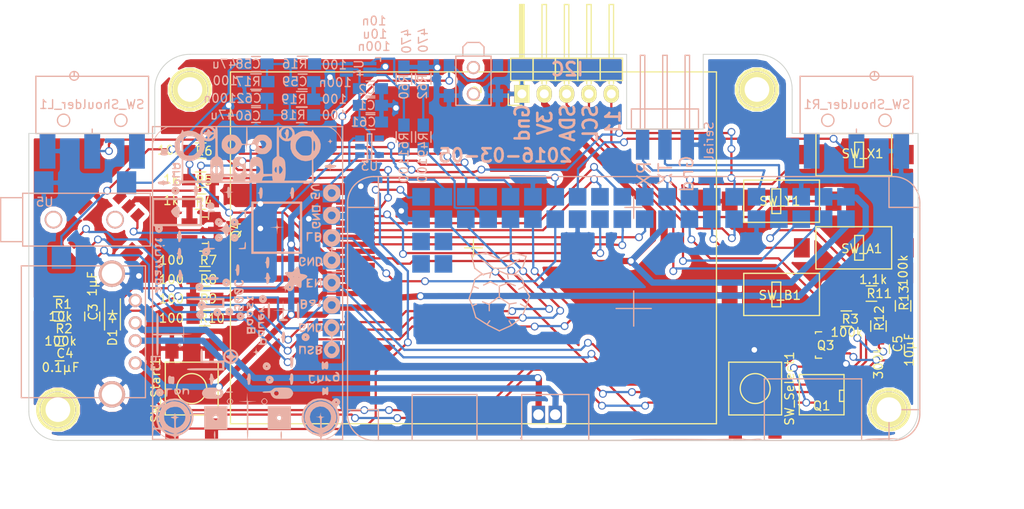
<source format=kicad_pcb>
(kicad_pcb (version 4) (host pcbnew 4.0.1+dfsg1-stable)
  (layers (0 F.Cu signal) (31 B.Cu signal) (34 B.Paste user) (35 F.Paste user hide) (36 B.SilkS user) (37 F.SilkS user) (38 B.Mask user) (39 F.Mask user hide) (44 Edge.Cuts user))
  (net 0 "")
  (net 1 +BATT)
  (net 2 /soft_power_button/Pwr-On)
  (net 3 /soft_power_button/Vout)
  (net 4 +2V5)
  (net 5 GND)
  (net 6 "Net-(C58-Pad1)")
  (net 7 "Net-(C58-Pad2)")
  (net 8 "Net-(C60-Pad1)")
  (net 9 "Net-(C60-Pad2)")
  (net 10 /V_usb_in)
  (net 11 /Enable)
  (net 12 /LowBatOut)
  (net 13 +5V)
  (net 14 +3V3)
  (net 15 "Net-(P2-Pad3)")
  (net 16 "Net-(P2-Pad4)")
  (net 17 "Net-(P2-Pad5)")
  (net 18 "Net-(P3-Pad3)")
  (net 19 "Net-(P3-Pad2)")
  (net 20 "Net-(P4-Pad2)")
  (net 21 "Net-(P4-Pad3)")
  (net 22 "Net-(Q1-Pad7)")
  (net 23 "Net-(Q1-Pad5)")
  (net 24 "Net-(Q4-Pad1)")
  (net 25 "Net-(Q4-Pad2)")
  (net 26 /PWM_backlight)
  (net 27 "Net-(R6-Pad1)")
  (net 28 "Net-(R7-Pad1)")
  (net 29 "Net-(R8-Pad1)")
  (net 30 "Net-(R9-Pad1)")
  (net 31 "Net-(R10-Pad1)")
  (net 32 "Net-(R16-Pad2)")
  (net 33 "Net-(R18-Pad2)")
  (net 34 "Net-(R49-Pad1)")
  (net 35 "/Rasberppy B+ audio/Aud_PWM1")
  (net 36 "Net-(R60-Pad1)")
  (net 37 "/Rasberppy B+ audio/Aud_PWM0")
  (net 38 "Net-(U1-Pad41)")
  (net 39 "Net-(U1-Pad43)")
  (net 40 "Net-(U1-Pad44)")
  (net 41 "Net-(U1-Pad42)")
  (net 42 "Net-(U1-Pad22)")
  (net 43 "Net-(U1-Pad24)")
  (net 44 /dpad_4)
  (net 45 /dpad_2)
  (net 46 /dpad_1)
  (net 47 /dpad_5)
  (net 48 /dpad_3)
  (net 49 /btn_1)
  (net 50 /btn_2)
  (net 51 /btn_5)
  (net 52 /btn_6)
  (net 53 /btn_3)
  (net 54 /btn_4)
  (net 55 /spi_2)
  (net 56 /spi_3)
  (net 57 /spi_1)
  (net 58 /btn_8)
  (net 59 /btn_7)
  (net 60 "Net-(U3-Pad4)")
  (net 61 "Net-(C3-Pad1)")
  (net 62 "Net-(C3-Pad2)")
  (net 63 "Net-(C5-Pad1)")
  (net 64 "Net-(D1-Pad2)")
  (net 65 "Net-(Q3-Pad2)")
  (module 1pin (layer F.Cu) (at 199.7 113)
    (fp_text reference 1PIN hide)
    (fp_text value P*** hide)
    (pad "" thru_hole circle (at 0 0) (size 4.064 4.064) (drill 2.8) (layers *.Cu *.Mask F.SilkS))
  )
  (module 1pin (layer F.Cu) (at 135.3 113)
    (fp_text reference 1PIN hide)
    (fp_text value P*** hide)
    (pad "" thru_hole circle (at 0 0) (size 4.064 4.064) (drill 2.8) (layers *.Cu *.Mask F.SilkS))
  )
  (module 1pin (layer F.Cu) (at 120.3 149.4)
    (fp_text reference 1PIN hide)
    (fp_text value P*** hide)
    (pad "" thru_hole circle (at 0 0) (size 4.064 4.064) (drill 2.8) (layers *.Cu *.Mask F.SilkS))
  )
  (module 1pin (layer F.Cu) (at 214.7 149.4)
    (fp_text reference 1PIN hide)
    (fp_text value P*** hide)
    (pad "" thru_hole circle (at 0 0) (size 4.064 4.064) (drill 2.8) (layers *.Cu *.Mask F.SilkS))
  )
  (module Capacitors_SMD:C_0805_HandSoldering (layer B.Cu) (at 155.8 114.8)
    (fp_text reference C1 (at -0.4 0) (layer B.SilkS) (effects (justify mirror)))
    (fp_text value 10u (at 0.5 -8.1) (layer B.SilkS) (effects (justify mirror)))
    (pad 1 smd rect (at -1.25 0) (size 1.5 1.25) (layers B.Cu B.Paste B.Mask) (net 4 +2V5))
    (pad 2 smd rect (at 1.25 0) (size 1.5 1.25) (layers B.Cu B.Paste B.Mask) (net 5 GND))
  )
  (module Capacitors_SMD:C_0805_HandSoldering (layer B.Cu) (at 155.8 112.9)
    (fp_text reference C2 (at -0.4 0.1) (layer B.SilkS) (effects (justify mirror)))
    (fp_text value 10n (at 0.4 -7.7) (layer B.SilkS) (effects (justify mirror)))
    (pad 1 smd rect (at -1.25 0) (size 1.5 1.25) (layers B.Cu B.Paste B.Mask) (net 4 +2V5))
    (pad 2 smd rect (at 1.25 0) (size 1.5 1.25) (layers B.Cu B.Paste B.Mask) (net 5 GND))
  )
  (module Capacitors_SMD:C_0805_HandSoldering (layer B.Cu) (at 142.8 110.1)
    (fp_text reference C58 (at -0.9 0) (layer B.SilkS) (effects (justify mirror)))
    (fp_text value 47u (at -3.6 0) (layer B.SilkS) (effects (justify mirror)))
    (pad 1 smd rect (at -1.25 0) (size 1.5 1.25) (layers B.Cu B.Paste B.Mask) (net 6 "Net-(C58-Pad1)"))
    (pad 2 smd rect (at 1.25 0) (size 1.5 1.25) (layers B.Cu B.Paste B.Mask) (net 7 "Net-(C58-Pad2)"))
  )
  (module Capacitors_SMD:C_0805_HandSoldering (layer B.Cu) (at 148.1 112.1 180)
    (fp_text reference C59 (at 0.9 0 180) (layer B.SilkS) (effects (justify mirror)))
    (fp_text value 100n (at -3.7 -0.1 180) (layer B.SilkS) (effects (justify mirror)))
    (pad 1 smd rect (at -1.25 0 180) (size 1.5 1.25) (layers B.Cu B.Paste B.Mask) (net 5 GND))
    (pad 2 smd rect (at 1.25 0 180) (size 1.5 1.25) (layers B.Cu B.Paste B.Mask) (net 7 "Net-(C58-Pad2)"))
  )
  (module Capacitors_SMD:C_0805_HandSoldering (layer B.Cu) (at 142.8 115.9)
    (fp_text reference C60 (at -0.9 0.1) (layer B.SilkS) (effects (justify mirror)))
    (fp_text value 47u (at -3.8 0) (layer B.SilkS) (effects (justify mirror)))
    (pad 1 smd rect (at -1.25 0) (size 1.5 1.25) (layers B.Cu B.Paste B.Mask) (net 8 "Net-(C60-Pad1)"))
    (pad 2 smd rect (at 1.25 0) (size 1.5 1.25) (layers B.Cu B.Paste B.Mask) (net 9 "Net-(C60-Pad2)"))
  )
  (module Capacitors_SMD:C_0805_HandSoldering (layer B.Cu) (at 155.8 116.7 180)
    (fp_text reference C61 (at 0.8 0 180) (layer B.SilkS) (effects (justify mirror)))
    (fp_text value 100n (at -0.4 8.6 180) (layer B.SilkS) (effects (justify mirror)))
    (pad 1 smd rect (at -1.25 0 180) (size 1.5 1.25) (layers B.Cu B.Paste B.Mask) (net 5 GND))
    (pad 2 smd rect (at 1.25 0 180) (size 1.5 1.25) (layers B.Cu B.Paste B.Mask) (net 4 +2V5))
  )
  (module Capacitors_SMD:C_0805_HandSoldering (layer B.Cu) (at 142.8 114)
    (fp_text reference C62 (at -0.8 0) (layer B.SilkS) (effects (justify mirror)))
    (fp_text value 100n (at -4.1 0) (layer B.SilkS) (effects (justify mirror)))
    (pad 1 smd rect (at -1.25 0) (size 1.5 1.25) (layers B.Cu B.Paste B.Mask) (net 5 GND))
    (pad 2 smd rect (at 1.25 0) (size 1.5 1.25) (layers B.Cu B.Paste B.Mask) (net 9 "Net-(C60-Pad2)"))
  )
  (module Diodes_SMD:SOD-123 (layer F.Cu) (at 126.5 138.8 270)
    (fp_text reference D1 (at 2.4 0 450) (layer F.SilkS))
    (fp_text value D)
    (pad 1 smd rect (at -1.635 0 270) (size 0.91 1.22) (layers F.Cu F.Paste F.Mask) (net 62 "Net-(C3-Pad2)"))
    (pad 2 smd rect (at 1.635 0 270) (size 0.91 1.22) (layers F.Cu F.Paste F.Mask) (net 64 "Net-(D1-Pad2)"))
  )
  (module switches:SKRHAAE010 (layer F.Cu) (at 125.8 128.8 45)
    (fp_text reference DPad1 hide)
    (fp_text value SKRHAAE010 hide)
    (pad "" smd rect (at 0 4.05 45) (size 2 1.8) (layers F.Cu F.Paste F.Mask))
    (pad 6 smd rect (at 3.575 1.425 45) (size 1.35 1) (layers F.Cu F.Paste F.Mask) (net 44 /dpad_4))
    (pad 5 smd rect (at 3.575 0 45) (size 1.35 1) (layers F.Cu F.Paste F.Mask) (net 5 GND))
    (pad 4 smd rect (at 3.575 -1.425 45) (size 1.35 1) (layers F.Cu F.Paste F.Mask) (net 45 /dpad_2))
    (pad 1 smd rect (at -3.575 -1.425 45) (size 1.35 1) (layers F.Cu F.Paste F.Mask) (net 47 /dpad_5))
    (pad 2 smd rect (at -3.575 0 45) (size 1.35 1) (layers F.Cu F.Paste F.Mask) (net 46 /dpad_1))
    (pad 3 smd rect (at -3.575 1.425 45) (size 1.35 1) (layers F.Cu F.Paste F.Mask) (net 48 /dpad_3))
    (pad "" smd rect (at 0 -4.05 45) (size 2 1.8) (layers F.Cu F.Paste F.Mask))
  )
  (module Pin_Headers:Pin_Header_Angled_1x05 (layer F.Cu) (at 173 113.5 90)
    (fp_text reference P2 (at 0 -5.1 90) (layer F.SilkS))
    (fp_text value I2C)
    (pad 1 thru_hole rect (at 0 0 90) (size 2.032 1.7272) (drill 1.016) (layers *.Cu *.Mask F.SilkS) (net 5 GND))
    (pad 2 thru_hole oval (at 0 2.54 90) (size 2.032 1.7272) (drill 1.016) (layers *.Cu *.Mask F.SilkS) (net 14 +3V3))
    (pad 3 thru_hole oval (at 0 5.08 90) (size 2.032 1.7272) (drill 1.016) (layers *.Cu *.Mask F.SilkS) (net 15 "Net-(P2-Pad3)"))
    (pad 4 thru_hole oval (at 0 7.62 90) (size 2.032 1.7272) (drill 1.016) (layers *.Cu *.Mask F.SilkS) (net 16 "Net-(P2-Pad4)"))
    (pad 5 thru_hole oval (at 0 10.16 90) (size 2.032 1.7272) (drill 1.016) (layers *.Cu *.Mask F.SilkS) (net 17 "Net-(P2-Pad5)"))
  )
  (module Connect:USB_A (layer B.Cu) (at 129.1 144.1 90)
    (fp_text reference P3 (at 0 2.35 90) (layer B.SilkS) (effects (justify mirror)))
    (fp_text value USB_A)
    (pad 4 thru_hole circle (at 7.11286 0.00212 180) (size 1.50114 1.50114) (drill 1.00076) (layers *.Cu *.Mask B.SilkS) (net 5 GND))
    (pad 3 thru_hole circle (at 4.57286 0.00212 180) (size 1.50114 1.50114) (drill 1.00076) (layers *.Cu *.Mask B.SilkS) (net 18 "Net-(P3-Pad3)"))
    (pad 2 thru_hole circle (at 2.54086 0.00212 180) (size 1.50114 1.50114) (drill 1.00076) (layers *.Cu *.Mask B.SilkS) (net 19 "Net-(P3-Pad2)"))
    (pad 1 thru_hole circle (at 0.00086 0.00212 180) (size 1.50114 1.50114) (drill 1.00076) (layers *.Cu *.Mask B.SilkS) (net 13 +5V))
    (pad 5 thru_hole circle (at 10.16086 -2.66488 180) (size 2.99974 2.99974) (drill 2.30124) (layers *.Cu *.Mask B.SilkS) (net 5 GND))
    (pad 5 thru_hole circle (at -3.55514 -2.66488 180) (size 2.99974 2.99974) (drill 2.30124) (layers *.Cu *.Mask B.SilkS) (net 5 GND))
  )
  (module SMD_Packages:SOIC-8-N (layer F.Cu) (at 207.05 147.7 180)
    (fp_text reference Q1 (at 0 -1.27 180) (layer F.SilkS))
    (fp_text value IRF7309IPBF)
    (pad 8 smd rect (at -1.905 -3.175 180) (size 0.508 1.143) (layers F.Cu F.Paste F.Mask) (net 61 "Net-(C3-Pad1)"))
    (pad 7 smd rect (at -0.635 -3.175 180) (size 0.508 1.143) (layers F.Cu F.Paste F.Mask) (net 22 "Net-(Q1-Pad7)"))
    (pad 6 smd rect (at 0.635 -3.175 180) (size 0.508 1.143) (layers F.Cu F.Paste F.Mask) (net 3 /soft_power_button/Vout))
    (pad 5 smd rect (at 1.905 -3.175 180) (size 0.508 1.143) (layers F.Cu F.Paste F.Mask) (net 23 "Net-(Q1-Pad5)"))
    (pad 4 smd rect (at 1.905 3.175 180) (size 0.508 1.143) (layers F.Cu F.Paste F.Mask) (net 61 "Net-(C3-Pad1)"))
    (pad 3 smd rect (at 0.635 3.175 180) (size 0.508 1.143) (layers F.Cu F.Paste F.Mask) (net 1 +BATT))
    (pad 2 smd rect (at -0.635 3.175 180) (size 0.508 1.143) (layers F.Cu F.Paste F.Mask) (net 63 "Net-(C5-Pad1)"))
    (pad 1 smd rect (at -1.905 3.175 180) (size 0.508 1.143) (layers F.Cu F.Paste F.Mask) (net 5 GND))
  )
  (module TO_SOT_Packages_SMD:SOT-23_Handsoldering (layer F.Cu) (at 206.99886 142.05 90)
    (fp_text reference Q3 (at -0.05 0.50114 180) (layer F.SilkS))
    (fp_text value Q_PMOS_GSD)
    (pad 1 smd rect (at -0.95 1.50114 90) (size 0.8001 1.80086) (layers F.Cu F.Paste F.Mask) (net 3 /soft_power_button/Vout))
    (pad 2 smd rect (at 0.95 1.50114 90) (size 0.8001 1.80086) (layers F.Cu F.Paste F.Mask) (net 65 "Net-(Q3-Pad2)"))
    (pad 3 smd rect (at 0 -1.50114 90) (size 0.8001 1.80086) (layers F.Cu F.Paste F.Mask) (net 11 /Enable))
  )
  (module TO_SOT_Packages_SMD:SOT-23_Handsoldering (layer F.Cu) (at 136.75 129 270)
    (fp_text reference Q4 (at 0 -3.81 270) (layer F.SilkS))
    (fp_text value MMBT2222)
    (pad 1 smd rect (at -0.95 1.50114 270) (size 0.8001 1.80086) (layers F.Cu F.Paste F.Mask) (net 24 "Net-(Q4-Pad1)"))
    (pad 2 smd rect (at 0.95 1.50114 270) (size 0.8001 1.80086) (layers F.Cu F.Paste F.Mask) (net 25 "Net-(Q4-Pad2)"))
    (pad 3 smd rect (at 0 -1.50114 270) (size 0.8001 1.80086) (layers F.Cu F.Paste F.Mask) (net 5 GND))
  )
  (module Resistors_SMD:R_0805_HandSoldering (layer F.Cu) (at 209.85 139.05)
    (fp_text reference R3 (at 0.45 0.05) (layer F.SilkS))
    (fp_text value 100k (at 0.05 1.55) (layer F.SilkS))
    (pad 1 smd rect (at -1.35 0) (size 1.5 1.3) (layers F.Cu F.Paste F.Mask) (net 65 "Net-(Q3-Pad2)"))
    (pad 2 smd rect (at 1.35 0) (size 1.5 1.3) (layers F.Cu F.Paste F.Mask) (net 5 GND))
  )
  (module Resistors_SMD:R_0805_HandSoldering (layer F.Cu) (at 136.5 123.25 180)
    (fp_text reference R4 (at -0.4 -2.55 180) (layer F.SilkS))
    (fp_text value 1k (at 3.35 0.05 180) (layer F.SilkS))
    (pad 1 smd rect (at -1.35 0 180) (size 1.5 1.3) (layers F.Cu F.Paste F.Mask) (net 26 /PWM_backlight))
    (pad 2 smd rect (at 1.35 0 180) (size 1.5 1.3) (layers F.Cu F.Paste F.Mask) (net 14 +3V3))
  )
  (module Resistors_SMD:R_0805_HandSoldering (layer F.Cu) (at 136.5 125.75)
    (fp_text reference R5 (at 0.4 -2.45) (layer F.SilkS))
    (fp_text value 1k (at -3.35 -0.125) (layer F.SilkS))
    (pad 1 smd rect (at -1.35 0) (size 1.5 1.3) (layers F.Cu F.Paste F.Mask) (net 24 "Net-(Q4-Pad1)"))
    (pad 2 smd rect (at 1.35 0) (size 1.5 1.3) (layers F.Cu F.Paste F.Mask) (net 26 /PWM_backlight))
  )
  (module Resistors_SMD:R_0805_HandSoldering (layer F.Cu) (at 136.525 119.95 180)
    (fp_text reference R6 (at -0.375 -0.05 180) (layer F.SilkS))
    (fp_text value 10k (at 3.575 0.05 180) (layer F.SilkS))
    (pad 1 smd rect (at -1.35 0 180) (size 1.5 1.3) (layers F.Cu F.Paste F.Mask) (net 27 "Net-(R6-Pad1)"))
    (pad 2 smd rect (at 1.35 0 180) (size 1.5 1.3) (layers F.Cu F.Paste F.Mask) (net 14 +3V3))
  )
  (module Resistors_SMD:R_0805_HandSoldering (layer F.Cu) (at 137 132.25 180)
    (fp_text reference R7 (at -0.4 -0.15 180) (layer F.SilkS))
    (fp_text value 100 (at 3.8 -0.15 180) (layer F.SilkS))
    (pad 1 smd rect (at -1.35 0 180) (size 1.5 1.3) (layers F.Cu F.Paste F.Mask) (net 28 "Net-(R7-Pad1)"))
    (pad 2 smd rect (at 1.35 0 180) (size 1.5 1.3) (layers F.Cu F.Paste F.Mask) (net 25 "Net-(Q4-Pad2)"))
  )
  (module Resistors_SMD:R_0805_HandSoldering (layer F.Cu) (at 137 134.5 180)
    (fp_text reference R8 (at -0.4 -0.1 180) (layer F.SilkS))
    (fp_text value 100 (at 3.8 -0.1 180) (layer F.SilkS))
    (pad 1 smd rect (at -1.35 0 180) (size 1.5 1.3) (layers F.Cu F.Paste F.Mask) (net 29 "Net-(R8-Pad1)"))
    (pad 2 smd rect (at 1.35 0 180) (size 1.5 1.3) (layers F.Cu F.Paste F.Mask) (net 25 "Net-(Q4-Pad2)"))
  )
  (module Resistors_SMD:R_0805_HandSoldering (layer F.Cu) (at 137 136.75 180)
    (fp_text reference R9 (at -0.4 -0.05 180) (layer F.SilkS))
    (fp_text value 100 (at 3.8 -0.05 180) (layer F.SilkS))
    (pad 1 smd rect (at -1.35 0 180) (size 1.5 1.3) (layers F.Cu F.Paste F.Mask) (net 30 "Net-(R9-Pad1)"))
    (pad 2 smd rect (at 1.35 0 180) (size 1.5 1.3) (layers F.Cu F.Paste F.Mask) (net 25 "Net-(Q4-Pad2)"))
  )
  (module Resistors_SMD:R_0805_HandSoldering (layer F.Cu) (at 137 139 180)
    (fp_text reference R10 (at -0.8 0 180) (layer F.SilkS))
    (fp_text value 100 (at 3.8 0 180) (layer F.SilkS))
    (pad 1 smd rect (at -1.35 0 180) (size 1.5 1.3) (layers F.Cu F.Paste F.Mask) (net 31 "Net-(R10-Pad1)"))
    (pad 2 smd rect (at 1.35 0 180) (size 1.5 1.3) (layers F.Cu F.Paste F.Mask) (net 25 "Net-(Q4-Pad2)"))
  )
  (module Resistors_SMD:R_0805_HandSoldering (layer B.Cu) (at 148.1 110.1)
    (fp_text reference R16 (at -0.9 0) (layer B.SilkS) (effects (justify mirror)))
    (fp_text value 100 (at 3.6 0.1) (layer B.SilkS) (effects (justify mirror)))
    (pad 1 smd rect (at -1.35 0) (size 1.5 1.3) (layers B.Cu B.Paste B.Mask) (net 7 "Net-(C58-Pad2)"))
    (pad 2 smd rect (at 1.35 0) (size 1.5 1.3) (layers B.Cu B.Paste B.Mask) (net 32 "Net-(R16-Pad2)"))
  )
  (module Resistors_SMD:R_0805_HandSoldering (layer B.Cu) (at 142.8 112.1 180)
    (fp_text reference R17 (at 0.9 0 180) (layer B.SilkS) (effects (justify mirror)))
    (fp_text value 100 (at 3.5 0.1 180) (layer B.SilkS) (effects (justify mirror)))
    (pad 1 smd rect (at -1.35 0 180) (size 1.5 1.3) (layers B.Cu B.Paste B.Mask) (net 7 "Net-(C58-Pad2)"))
    (pad 2 smd rect (at 1.35 0 180) (size 1.5 1.3) (layers B.Cu B.Paste B.Mask) (net 5 GND))
  )
  (module Resistors_SMD:R_0805_HandSoldering (layer B.Cu) (at 148 115.9)
    (fp_text reference R18 (at -1 0) (layer B.SilkS) (effects (justify mirror)))
    (fp_text value 100 (at 3.7 0) (layer B.SilkS) (effects (justify mirror)))
    (pad 1 smd rect (at -1.35 0) (size 1.5 1.3) (layers B.Cu B.Paste B.Mask) (net 9 "Net-(C60-Pad2)"))
    (pad 2 smd rect (at 1.35 0) (size 1.5 1.3) (layers B.Cu B.Paste B.Mask) (net 33 "Net-(R18-Pad2)"))
  )
  (module Resistors_SMD:R_0805_HandSoldering (layer B.Cu) (at 148 114.1)
    (fp_text reference R19 (at -0.9 0) (layer B.SilkS) (effects (justify mirror)))
    (fp_text value 100 (at 3.7 0) (layer B.SilkS) (effects (justify mirror)))
    (pad 1 smd rect (at -1.35 0) (size 1.5 1.3) (layers B.Cu B.Paste B.Mask) (net 9 "Net-(C60-Pad2)"))
    (pad 2 smd rect (at 1.35 0) (size 1.5 1.3) (layers B.Cu B.Paste B.Mask) (net 5 GND))
  )
  (module Resistors_SMD:R_0805_HandSoldering (layer B.Cu) (at 161.8 118.4 270)
    (fp_text reference R49 (at 0.9 0 270) (layer B.SilkS) (effects (justify mirror)))
    (fp_text value 100 (at 3.8 0.1 270) (layer B.SilkS) (effects (justify mirror)))
    (pad 1 smd rect (at -1.35 0 270) (size 1.5 1.3) (layers B.Cu B.Paste B.Mask) (net 34 "Net-(R49-Pad1)"))
    (pad 2 smd rect (at 1.35 0 270) (size 1.5 1.3) (layers B.Cu B.Paste B.Mask) (net 35 "/Rasberppy B+ audio/Aud_PWM1"))
  )
  (module Resistors_SMD:R_0805_HandSoldering (layer B.Cu) (at 159.6 111.8 90)
    (fp_text reference R60 (at -0.9 0 270) (layer B.SilkS) (effects (justify mirror)))
    (fp_text value 470 (at 4.3 0.3 90) (layer B.SilkS) (effects (justify mirror)))
    (pad 1 smd rect (at -1.35 0 90) (size 1.5 1.3) (layers B.Cu B.Paste B.Mask) (net 36 "Net-(R60-Pad1)"))
    (pad 2 smd rect (at 1.35 0 90) (size 1.5 1.3) (layers B.Cu B.Paste B.Mask) (net 5 GND))
  )
  (module Resistors_SMD:R_0805_HandSoldering (layer B.Cu) (at 159.6 118.4 270)
    (fp_text reference R61 (at 0.9 0 270) (layer B.SilkS) (effects (justify mirror)))
    (fp_text value 100 (at 3.8 0 270) (layer B.SilkS) (effects (justify mirror)))
    (pad 1 smd rect (at -1.35 0 270) (size 1.5 1.3) (layers B.Cu B.Paste B.Mask) (net 36 "Net-(R60-Pad1)"))
    (pad 2 smd rect (at 1.35 0 270) (size 1.5 1.3) (layers B.Cu B.Paste B.Mask) (net 37 "/Rasberppy B+ audio/Aud_PWM0"))
  )
  (module Resistors_SMD:R_0805_HandSoldering (layer B.Cu) (at 161.8 111.8 90)
    (fp_text reference R62 (at -0.9 -0.1 270) (layer B.SilkS) (effects (justify mirror)))
    (fp_text value 470 (at 4.4 0 90) (layer B.SilkS) (effects (justify mirror)))
    (pad 1 smd rect (at -1.35 0 90) (size 1.5 1.3) (layers B.Cu B.Paste B.Mask) (net 34 "Net-(R49-Pad1)"))
    (pad 2 smd rect (at 1.35 0 90) (size 1.5 1.3) (layers B.Cu B.Paste B.Mask) (net 5 GND))
  )
  (module switches:Omron_D2FS_FTN (layer B.Cu) (at 211 118 180)
    (fp_text reference SW_Shoulder_R1 (at -0.05 3.3 180) (layer B.SilkS) (effects (justify mirror)))
    (fp_text value SW_PUSH)
    (pad 1 smd rect (at -5.08 -2 180) (size 1.8 4) (layers B.Cu B.Paste B.Mask) (net 5 GND))
    (pad 2 smd rect (at 0 -2 180) (size 1.8 4) (layers B.Cu B.Paste B.Mask) (net 52 /btn_6))
    (pad 3 smd rect (at 5.08 -2 180) (size 1.8 4) (layers B.Cu B.Paste B.Mask))
  )
  (module TO_SOT_Packages_SMD:SC-70-6_Handsoldering (layer B.Cu) (at 154.4 110.7 270)
    (fp_text reference U4 (at -0.1 -0.1 270) (layer B.SilkS) (effects (justify mirror)))
    (fp_text value NC7WZ16_Dual_Buffer)
    (pad 1 smd rect (at -0.65024 -1.33096 270) (size 0.39878 1.50114) (layers B.Cu B.Paste B.Mask) (net 34 "Net-(R49-Pad1)"))
    (pad 2 smd rect (at 0 -1.33096 270) (size 0.39878 1.50114) (layers B.Cu B.Paste B.Mask) (net 5 GND))
    (pad 3 smd rect (at 0.65024 -1.33096 270) (size 0.39878 1.50114) (layers B.Cu B.Paste B.Mask) (net 36 "Net-(R60-Pad1)"))
    (pad 4 smd rect (at 0.65024 1.33096 270) (size 0.39878 1.50114) (layers B.Cu B.Paste B.Mask) (net 33 "Net-(R18-Pad2)"))
    (pad 5 smd rect (at 0 1.33096 270) (size 0.39878 1.50114) (layers B.Cu B.Paste B.Mask) (net 4 +2V5))
    (pad 6 smd rect (at -0.65024 1.33096 270) (size 0.39878 1.50114) (layers B.Cu B.Paste B.Mask) (net 32 "Net-(R16-Pad2)"))
  )
  (module components:TM022HDH26 (layer F.Cu) (at 167.5 131)
    (fp_text reference U2 hide)
    (fp_text value 2.2_tft_ili9340 hide)
    (pad 1 smd rect (at -13.4 -5.2) (size 4.4 0.6) (layers F.Cu F.Paste F.Mask) (net 5 GND))
    (pad 2 smd rect (at -13.4 -4.4) (size 4.4 0.6) (layers F.Cu F.Paste F.Mask) (net 27 "Net-(R6-Pad1)"))
    (pad 3 smd rect (at -13.4 -3.6) (size 4.4 0.6) (layers F.Cu F.Paste F.Mask) (net 57 /spi_1))
    (pad 4 smd rect (at -13.4 -2.8) (size 4.4 0.6) (layers F.Cu F.Paste F.Mask) (net 42 "Net-(U1-Pad22)"))
    (pad 5 smd rect (at -13.4 -2) (size 4.4 0.6) (layers F.Cu F.Paste F.Mask) (net 43 "Net-(U1-Pad24)"))
    (pad 6 smd rect (at -13.4 -1.2) (size 4.4 0.6) (layers F.Cu F.Paste F.Mask) (net 55 /spi_2))
    (pad 7 smd rect (at -13.4 -0.4) (size 4.4 0.6) (layers F.Cu F.Paste F.Mask) (net 56 /spi_3))
    (pad 8 smd rect (at -13.4 0.4) (size 4.4 0.6) (layers F.Cu F.Paste F.Mask) (net 5 GND))
    (pad 9 smd rect (at -13.4 1.2) (size 4.4 0.6) (layers F.Cu F.Paste F.Mask) (net 14 +3V3))
    (pad 10 smd rect (at -13.4 2) (size 4.4 0.6) (layers F.Cu F.Paste F.Mask) (net 13 +5V))
    (pad 11 smd rect (at -13.4 2.8) (size 4.4 0.6) (layers F.Cu F.Paste F.Mask) (net 28 "Net-(R7-Pad1)"))
    (pad 12 smd rect (at -13.4 3.6) (size 4.4 0.6) (layers F.Cu F.Paste F.Mask) (net 29 "Net-(R8-Pad1)"))
    (pad 13 smd rect (at -13.4 4.4) (size 4.4 0.6) (layers F.Cu F.Paste F.Mask) (net 30 "Net-(R9-Pad1)"))
    (pad 14 smd rect (at -13.4 5.2) (size 4.4 0.6) (layers F.Cu F.Paste F.Mask) (net 31 "Net-(R10-Pad1)"))
  )
  (module switches:btn_1571262-1 (layer B.Cu) (at 167.5 112 90)
    (fp_text reference SW1 hide)
    (fp_text value SW_PUSH)
    (pad 2 smd rect (at 1.7 -2.775 90) (size 1.5 1.2) (layers B.Cu B.Paste B.Mask) (net 62 "Net-(C3-Pad2)"))
    (pad 1 smd rect (at -1.7 -2.775 90) (size 1.5 1.2) (layers B.Cu B.Paste B.Mask) (net 5 GND))
    (pad 1 smd rect (at -1.7 2.775 90) (size 1.5 1.2) (layers B.Cu B.Paste B.Mask) (net 5 GND))
    (pad 2 smd rect (at 1.7 2.775 90) (size 1.5 1.2) (layers B.Cu B.Paste B.Mask) (net 62 "Net-(C3-Pad2)"))
    (pad "" thru_hole circle (at -1.5 0 90) (size 1.5 1.5) (drill 1.1) (layers *.Cu *.Mask B.SilkS))
    (pad "" thru_hole circle (at 1.5 0 90) (size 1.5 1.5) (drill 1.1) (layers *.Cu *.Mask B.SilkS))
  )
  (module switches:smd_push_button (layer F.Cu) (at 199.5 147)
    (fp_text reference SW_Select1 (at 3.9 0 90) (layer F.SilkS))
    (fp_text value SW_PUSH)
    (pad 1 smd rect (at -2.25 -4.55) (size 1.5 2.3) (layers F.Cu F.Paste F.Mask) (net 5 GND))
    (pad 1 smd rect (at 2.25 -4.55) (size 1.5 2.3) (layers F.Cu F.Paste F.Mask) (net 5 GND))
    (pad 2 smd rect (at -2.25 4.55) (size 1.5 2.3) (layers F.Cu F.Paste F.Mask) (net 58 /btn_8))
    (pad 2 smd rect (at 2.25 4.55) (size 1.5 2.3) (layers F.Cu F.Paste F.Mask) (net 58 /btn_8))
  )
  (module switches:smd_push_button (layer F.Cu) (at 135.5 147)
    (fp_text reference SW_Start1 (at -4.1 0.2 90) (layer F.SilkS))
    (fp_text value SW_PUSH)
    (pad 1 smd rect (at -2.25 -4.55) (size 1.5 2.3) (layers F.Cu F.Paste F.Mask) (net 5 GND))
    (pad 1 smd rect (at 2.25 -4.55) (size 1.5 2.3) (layers F.Cu F.Paste F.Mask) (net 5 GND))
    (pad 2 smd rect (at -2.25 4.55) (size 1.5 2.3) (layers F.Cu F.Paste F.Mask) (net 59 /btn_7))
    (pad 2 smd rect (at 2.25 4.55) (size 1.5 2.3) (layers F.Cu F.Paste F.Mask) (net 59 /btn_7))
  )
  (module components:audio_smd_SJ-3523-SMT-TR (layer B.Cu) (at 116.3 127.8)
    (fp_text reference U5 (at 2.5 -2) (layer B.SilkS) (effects (justify mirror)))
    (fp_text value audio_jack)
    (pad "" thru_hole circle (at 3.5 0) (size 2 2) (drill 1.6) (layers *.Cu *.Mask B.SilkS))
    (pad "" thru_hole circle (at 10.5 0) (size 2 2) (drill 1.6) (layers *.Cu *.Mask B.SilkS))
    (pad 1 smd rect (at 2.4 -4.2) (size 2.2 2.6) (layers B.Cu B.Paste B.Mask) (net 5 GND))
    (pad 2 smd rect (at 11.8 -4.2) (size 2.2 2.6) (layers B.Cu B.Paste B.Mask) (net 8 "Net-(C60-Pad1)"))
    (pad 3 smd rect (at 4.4 4.3) (size 2.2 2.6) (layers B.Cu B.Paste B.Mask) (net 6 "Net-(C58-Pad1)"))
  )
  (module TO_SOT_Packages_SMD:SOT-23-5 (layer B.Cu) (at 155.7 119.5)
    (fp_text reference U3 (at 0 2.2 180) (layer B.SilkS) (effects (justify mirror)))
    (fp_text value Regulator_LP2980)
    (pad 1 smd rect (at -1.1 0.95) (size 1.06 0.65) (layers B.Cu B.Paste B.Mask) (net 13 +5V))
    (pad 2 smd rect (at -1.1 0) (size 1.06 0.65) (layers B.Cu B.Paste B.Mask) (net 5 GND))
    (pad 3 smd rect (at -1.1 -0.95) (size 1.06 0.65) (layers B.Cu B.Paste B.Mask) (net 13 +5V))
    (pad 4 smd rect (at 1.1 -0.95) (size 1.06 0.65) (layers B.Cu B.Paste B.Mask) (net 60 "Net-(U3-Pad4)"))
    (pad 5 smd rect (at 1.1 0.95) (size 1.06 0.65) (layers B.Cu B.Paste B.Mask) (net 4 +2V5))
  )
  (module switches:Omron_D2LS_21_woKeyHoles (layer F.Cu) (at 202.5 125.7)
    (fp_text reference SW_Y1 (at -0.2 0) (layer F.SilkS))
    (fp_text value SW_PUSH)
    (pad 1 smd rect (at -5.9 0) (size 1.8 2.2) (layers F.Cu F.Paste F.Mask) (net 5 GND))
    (pad 2 smd rect (at 5.9 0) (size 1.8 2.2) (layers F.Cu F.Paste F.Mask) (net 54 /btn_4))
  )
  (module switches:Omron_D2LS_21_woKeyHoles (layer F.Cu) (at 210.7 120.4 180)
    (fp_text reference SW_X1 (at -1 0.1 180) (layer F.SilkS))
    (fp_text value SW_PUSH)
    (pad 1 smd rect (at -5.9 0 180) (size 1.8 2.2) (layers F.Cu F.Paste F.Mask) (net 5 GND))
    (pad 2 smd rect (at 5.9 0 180) (size 1.8 2.2) (layers F.Cu F.Paste F.Mask) (net 53 /btn_3))
  )
  (module switches:Omron_D2LS_21_woKeyHoles (layer F.Cu) (at 202.5 136.3)
    (fp_text reference SW_B1 (at -0.2 0.1) (layer F.SilkS))
    (fp_text value SW_PUSH)
    (pad 1 smd rect (at -5.9 0) (size 1.8 2.2) (layers F.Cu F.Paste F.Mask) (net 5 GND))
    (pad 2 smd rect (at 5.9 0) (size 1.8 2.2) (layers F.Cu F.Paste F.Mask) (net 50 /btn_2))
  )
  (module switches:Omron_D2LS_21_woKeyHoles (layer F.Cu) (at 210.7 131 180)
    (fp_text reference SW_A1 (at -0.9 -0.1 180) (layer F.SilkS))
    (fp_text value SW_PUSH)
    (pad 1 smd rect (at -5.9 0 180) (size 1.8 2.2) (layers F.Cu F.Paste F.Mask) (net 5 GND))
    (pad 2 smd rect (at 5.9 0 180) (size 1.8 2.2) (layers F.Cu F.Paste F.Mask) (net 49 /btn_1))
  )
  (module components:1x3_smd_pinheader (layer B.Cu) (at 189.25 117.5 90)
    (fp_text reference P4 hide)
    (fp_text value Serial (at -1.3 5 90) (layer B.SilkS) (effects (justify mirror)))
    (pad 1 smd rect (at -1.778 2.54 90) (size 3.4 1.524) (layers B.Cu B.Paste B.Mask) (net 5 GND))
    (pad 2 smd rect (at -1.778 0 90) (size 3.4 1.524) (layers B.Cu B.Paste B.Mask) (net 20 "Net-(P4-Pad2)"))
    (pad 3 smd rect (at -1.778 -2.54 90) (size 3.4 1.524) (layers B.Cu B.Paste B.Mask) (net 21 "Net-(P4-Pad3)"))
  )
  (module switches:Omron_D2FS_FTN_mirror (layer B.Cu) (at 121 118 180)
    (fp_text reference SW_Shoulder_L1 (at -3.15 3.3 180) (layer B.SilkS) (effects (justify mirror)))
    (fp_text value SW_PUSH)
    (pad 1 smd rect (at 1.88 -2) (size 1.8 4) (layers B.Cu B.Paste B.Mask) (net 5 GND))
    (pad 2 smd rect (at -3.2 -2) (size 1.8 4) (layers B.Cu B.Paste B.Mask) (net 51 /btn_5))
    (pad 3 smd rect (at -8.28 -2) (size 1.8 4) (layers B.Cu B.Paste B.Mask))
  )
  (module components:Powerboost500c (layer B.Cu) (at 143.75 135 90)
    (fp_text reference P1 hide)
    (fp_text value "PowerBoost 500c" hide)
    (pad 1 smd rect (at -7.62 7.62 90) (size 2 2) (layers B.Cu B.Paste B.Mask) (net 10 /V_usb_in))
    (pad 2 smd rect (at -5.08 7.62 90) (size 2 2) (layers B.Cu B.Paste B.Mask) (net 5 GND))
    (pad 3 smd rect (at -2.54 7.62 90) (size 2 2) (layers B.Cu B.Paste B.Mask) (net 1 +BATT))
    (pad 4 smd rect (at 0 7.62 90) (size 2 2) (layers B.Cu B.Paste B.Mask) (net 11 /Enable))
    (pad 5 smd rect (at 2.54 7.62 90) (size 2 2) (layers B.Cu B.Paste B.Mask) (net 5 GND))
    (pad 6 smd rect (at 5.08 7.62 90) (size 2 2) (layers B.Cu B.Paste B.Mask) (net 12 /LowBatOut))
    (pad 7 smd rect (at 7.62 7.62 90) (size 2 2) (layers B.Cu B.Paste B.Mask) (net 5 GND))
    (pad 8 smd rect (at 10.16 7.62 90) (size 2 2) (layers B.Cu B.Paste B.Mask) (net 13 +5V))
    (pad "" smd circle (at -15.24 6.35 90) (size 4 4) (layers B.Cu B.Paste B.Mask))
    (pad "" smd circle (at -15.24 -10.16 90) (size 4 4) (layers B.Cu B.Paste B.Mask))
  )
  (module components:raspberry-zero (layer B.Cu) (at 186.95 137.9 180)
    (fp_text reference U1 hide)
    (fp_text value gpio-header_zero hide)
    (pad 2 smd rect (at -22.86 12.7 180) (size 2 2) (layers B.Cu B.Paste B.Mask) (net 13 +5V))
    (pad 1 smd rect (at -22.86 10.16 180) (size 2 2) (layers B.Cu B.Paste B.Mask) (net 14 +3V3))
    (pad 3 smd rect (at -20.32 10.16 180) (size 2 2) (layers B.Cu B.Paste B.Mask) (net 15 "Net-(P2-Pad3)"))
    (pad 5 smd rect (at -17.78 10.16 180) (size 2 2) (layers B.Cu B.Paste B.Mask) (net 16 "Net-(P2-Pad4)"))
    (pad 7 smd rect (at -15.24 10.16 180) (size 2 2) (layers B.Cu B.Paste B.Mask) (net 2 /soft_power_button/Pwr-On))
    (pad 9 smd rect (at -12.7 10.16 180) (size 2 2) (layers B.Cu B.Paste B.Mask) (net 5 GND))
    (pad 11 smd rect (at -10.16 10.16 180) (size 2 2) (layers B.Cu B.Paste B.Mask) (net 17 "Net-(P2-Pad5)"))
    (pad 13 smd rect (at -7.62 10.16 180) (size 2 2) (layers B.Cu B.Paste B.Mask) (net 49 /btn_1))
    (pad 15 smd rect (at -5.08 10.16 180) (size 2 2) (layers B.Cu B.Paste B.Mask) (net 50 /btn_2))
    (pad 17 smd rect (at -2.54 10.16 180) (size 2 2) (layers B.Cu B.Paste B.Mask) (net 14 +3V3))
    (pad 19 smd rect (at 0 10.16 180) (size 2 2) (layers B.Cu B.Paste B.Mask) (net 55 /spi_2))
    (pad 21 smd rect (at 2.54 10.16 180) (size 2 2) (layers B.Cu B.Paste B.Mask) (net 56 /spi_3))
    (pad 23 smd rect (at 5.08 10.16 180) (size 2 2) (layers B.Cu B.Paste B.Mask) (net 57 /spi_1))
    (pad 25 smd rect (at 7.62 10.16 180) (size 2 2) (layers B.Cu B.Paste B.Mask) (net 5 GND))
    (pad 27 smd rect (at 10.16 10.16 180) (size 2 2) (layers B.Cu B.Paste B.Mask) (net 12 /LowBatOut))
    (pad 29 smd rect (at 12.7 10.16 180) (size 2 2) (layers B.Cu B.Paste B.Mask) (net 48 /dpad_3))
    (pad 31 smd rect (at 15.24 10.16 180) (size 2 2) (layers B.Cu B.Paste B.Mask) (net 46 /dpad_1))
    (pad 33 smd rect (at 17.78 10.16 180) (size 2 2) (layers B.Cu B.Paste B.Mask) (net 35 "/Rasberppy B+ audio/Aud_PWM1"))
    (pad 35 smd rect (at 20.32 10.16 180) (size 2 2) (layers B.Cu B.Paste B.Mask) (net 47 /dpad_5))
    (pad 37 smd rect (at 22.86 10.16 180) (size 2 2) (layers B.Cu B.Paste B.Mask) (net 58 /btn_8))
    (pad 39 smd rect (at 25.4 10.16 180) (size 2 2) (layers B.Cu B.Paste B.Mask) (net 5 GND))
    (pad 41 smd rect (at 22.86 7.62 180) (size 2 2) (layers B.Cu B.Paste B.Mask) (net 38 "Net-(U1-Pad41)"))
    (pad 43 smd rect (at 22.86 5.08 180) (size 2 2) (layers B.Cu B.Paste B.Mask) (net 39 "Net-(U1-Pad43)"))
    (pad 44 smd rect (at 25.4 5.08 180) (size 2 2) (layers B.Cu B.Paste B.Mask) (net 40 "Net-(U1-Pad44)"))
    (pad 42 smd rect (at 25.4 7.62 180) (size 2 2) (layers B.Cu B.Paste B.Mask) (net 41 "Net-(U1-Pad42)"))
    (pad 4 smd rect (at -20.32 12.7 180) (size 2 2) (layers B.Cu B.Paste B.Mask) (net 13 +5V))
    (pad 6 smd rect (at -17.78 12.7 180) (size 2 2) (layers B.Cu B.Paste B.Mask) (net 5 GND))
    (pad 8 smd rect (at -15.24 12.7 180) (size 2 2) (layers B.Cu B.Paste B.Mask) (net 20 "Net-(P4-Pad2)"))
    (pad 10 smd rect (at -12.7 12.7 180) (size 2 2) (layers B.Cu B.Paste B.Mask) (net 21 "Net-(P4-Pad3)"))
    (pad 12 smd rect (at -10.16 12.7 180) (size 2 2) (layers B.Cu B.Paste B.Mask) (net 37 "/Rasberppy B+ audio/Aud_PWM0"))
    (pad 14 smd rect (at -7.62 12.7 180) (size 2 2) (layers B.Cu B.Paste B.Mask) (net 5 GND))
    (pad 16 smd rect (at -5.08 12.7 180) (size 2 2) (layers B.Cu B.Paste B.Mask) (net 53 /btn_3))
    (pad 18 smd rect (at -2.54 12.7 180) (size 2 2) (layers B.Cu B.Paste B.Mask) (net 54 /btn_4))
    (pad 20 smd rect (at 0 12.7 180) (size 2 2) (layers B.Cu B.Paste B.Mask) (net 5 GND))
    (pad 22 smd rect (at 2.54 12.7 180) (size 2 2) (layers B.Cu B.Paste B.Mask) (net 42 "Net-(U1-Pad22)"))
    (pad 24 smd rect (at 5.08 12.7 180) (size 2 2) (layers B.Cu B.Paste B.Mask) (net 43 "Net-(U1-Pad24)"))
    (pad 26 smd rect (at 7.62 12.7 180) (size 2 2) (layers B.Cu B.Paste B.Mask) (net 52 /btn_6))
    (pad 28 smd rect (at 10.16 12.7 180) (size 2 2) (layers B.Cu B.Paste B.Mask) (net 26 /PWM_backlight))
    (pad 30 smd rect (at 12.7 12.7 180) (size 2 2) (layers B.Cu B.Paste B.Mask) (net 5 GND))
    (pad 32 smd rect (at 15.24 12.7 180) (size 2 2) (layers B.Cu B.Paste B.Mask) (net 45 /dpad_2))
    (pad 36 smd rect (at 20.32 12.7 180) (size 2 2) (layers B.Cu B.Paste B.Mask) (net 51 /btn_5))
    (pad 34 smd rect (at 17.78 12.7 180) (size 2 2) (layers B.Cu B.Paste B.Mask) (net 5 GND))
    (pad 38 smd rect (at 22.86 12.7 180) (size 2 2) (layers B.Cu B.Paste B.Mask) (net 44 /dpad_4))
    (pad 40 smd rect (at 25.4 12.7 180) (size 2 2) (layers B.Cu B.Paste B.Mask) (net 59 /btn_7))
    (pad 45 thru_hole rect (at 10.16 -12.065 180) (size 1.5 2) (drill 1.2) (layers *.Cu *.Mask) (net 19 "Net-(P3-Pad2)"))
    (pad 46 thru_hole rect (at 12.065 -12.065 180) (size 1.5 2) (drill 1.2) (layers *.Cu *.Mask) (net 18 "Net-(P3-Pad3)"))
  )
  (module Capacitors_SMD:C_0805_HandSoldering (layer F.Cu) (at 124.2 138.8 90)
    (fp_text reference C3 (at 0.5 0.1 270) (layer F.SilkS))
    (fp_text value 1µF (at 3.7 0 270) (layer F.SilkS))
    (pad 1 smd rect (at -1.25 0 90) (size 1.5 1.25) (layers F.Cu F.Paste F.Mask) (net 61 "Net-(C3-Pad1)"))
    (pad 2 smd rect (at 1.25 0 90) (size 1.5 1.25) (layers F.Cu F.Paste F.Mask) (net 62 "Net-(C3-Pad2)"))
  )
  (module Capacitors_SMD:C_0805_HandSoldering (layer F.Cu) (at 120.5 143 180)
    (fp_text reference C4 (at -0.6 0 180) (layer F.SilkS))
    (fp_text value 0.1µF (at -0.1 -1.6 180) (layer F.SilkS))
    (pad 1 smd rect (at -1.25 0 180) (size 1.5 1.25) (layers F.Cu F.Paste F.Mask) (net 61 "Net-(C3-Pad1)"))
    (pad 2 smd rect (at 1.25 0 180) (size 1.5 1.25) (layers F.Cu F.Paste F.Mask) (net 1 +BATT))
  )
  (module Capacitors_SMD:C_0805_HandSoldering (layer F.Cu) (at 215.6 142.5 270)
    (fp_text reference C5 (at -0.6 -0.1 270) (layer F.SilkS))
    (fp_text value 10µF (at 0.1 -1.4 270) (layer F.SilkS))
    (pad 1 smd rect (at -1.25 0 270) (size 1.5 1.25) (layers F.Cu F.Paste F.Mask) (net 63 "Net-(C5-Pad1)"))
    (pad 2 smd rect (at 1.25 0 270) (size 1.5 1.25) (layers F.Cu F.Paste F.Mask) (net 3 /soft_power_button/Vout))
  )
  (module Resistors_SMD:R_0805_HandSoldering (layer F.Cu) (at 120.4 137.4 180)
    (fp_text reference R1 (at -0.5 0 180) (layer F.SilkS))
    (fp_text value 10k (at -0.2 -1.4 180) (layer F.SilkS))
    (pad 1 smd rect (at -1.35 0 180) (size 1.5 1.3) (layers F.Cu F.Paste F.Mask) (net 62 "Net-(C3-Pad2)"))
    (pad 2 smd rect (at 1.35 0 180) (size 1.5 1.3) (layers F.Cu F.Paste F.Mask) (net 1 +BATT))
  )
  (module Resistors_SMD:R_0805_HandSoldering (layer F.Cu) (at 120.5 140.2 180)
    (fp_text reference R2 (at -0.5 0 180) (layer F.SilkS))
    (fp_text value 100k (at -0.1 -1.4 180) (layer F.SilkS))
    (pad 1 smd rect (at -1.35 0 180) (size 1.5 1.3) (layers F.Cu F.Paste F.Mask) (net 61 "Net-(C3-Pad1)"))
    (pad 2 smd rect (at 1.35 0 180) (size 1.5 1.3) (layers F.Cu F.Paste F.Mask) (net 1 +BATT))
  )
  (module Resistors_SMD:R_0805_HandSoldering (layer F.Cu) (at 212.7 136.2)
    (fp_text reference R11 (at 0.9 0) (layer F.SilkS))
    (fp_text value 1.1k (at 0.2 -1.6) (layer F.SilkS))
    (pad 1 smd rect (at -1.35 0) (size 1.5 1.3) (layers F.Cu F.Paste F.Mask) (net 2 /soft_power_button/Pwr-On))
    (pad 2 smd rect (at 1.35 0) (size 1.5 1.3) (layers F.Cu F.Paste F.Mask) (net 64 "Net-(D1-Pad2)"))
  )
  (module Resistors_SMD:R_0805_HandSoldering (layer F.Cu) (at 213.5 139.9 270)
    (fp_text reference R12 (at -0.9 -0.1 270) (layer F.SilkS))
    (fp_text value 300k (at 4.2 0 270) (layer F.SilkS))
    (pad 1 smd rect (at -1.35 0 270) (size 1.5 1.3) (layers F.Cu F.Paste F.Mask) (net 64 "Net-(D1-Pad2)"))
    (pad 2 smd rect (at 1.35 0 270) (size 1.5 1.3) (layers F.Cu F.Paste F.Mask) (net 63 "Net-(C5-Pad1)"))
  )
  (module Resistors_SMD:R_0805_HandSoldering (layer F.Cu) (at 216.3 137.6 270)
    (fp_text reference R13 (at -0.9 -0.1 270) (layer F.SilkS))
    (fp_text value 100k (at -4 0 270) (layer F.SilkS))
    (pad 1 smd rect (at -1.35 0 270) (size 1.5 1.3) (layers F.Cu F.Paste F.Mask) (net 64 "Net-(D1-Pad2)"))
    (pad 2 smd rect (at 1.35 0 270) (size 1.5 1.3) (layers F.Cu F.Paste F.Mask) (net 3 /soft_power_button/Vout))
  )
  (gr_text 2016-03-05 (at 171.1 120.5) (layer B.SilkS) (effects (font (size 1.5 1.5) (thickness 0.3)) (justify mirror)))
  (gr_text "Gnd\n3V\nSDA\nSCL\n11\n" (at 178.2 116.8 90) (layer B.SilkS) (effects (font (size 1.6 1.5) (thickness 0.3)) (justify mirror)))
  (gr_line (start 184.9 117.5) (end 193.6 117.5) (angle 90) (layer Edge.Cuts) (width 0.1))
  (gr_line (start 184.9 109) (end 184.9 117.5) (angle 90) (layer Edge.Cuts) (width 0.1))
  (gr_line (start 193.6 109) (end 193.6 117.5) (angle 90) (layer Edge.Cuts) (width 0.1))
  (gr_line (start 199.7 109) (end 193.6 109) (angle 90) (layer Edge.Cuts) (width 0.1))
  (gr_line (start 135.3 109) (end 184.9 109) (angle 90) (layer Edge.Cuts) (width 0.1))
  (gr_line (start 131.3 118) (end 131 118) (angle 90) (layer Edge.Cuts) (width 0.1))
  (gr_line (start 131.3 113) (end 131.3 118) (angle 90) (layer Edge.Cuts) (width 0.1))
  (gr_line (start 203.7 118) (end 204 118) (angle 90) (layer Edge.Cuts) (width 0.1))
  (gr_line (start 203.7 113) (end 203.7 118) (angle 90) (layer Edge.Cuts) (width 0.1))
  (gr_arc (start 199.7 113) (end 199.7 109) (angle 90) (layer Edge.Cuts) (width 0.1))
  (gr_arc (start 135.3 113) (end 131.3 113) (angle 90) (layer Edge.Cuts) (width 0.1))
  (gr_line (start 218 149.6) (end 218 118) (angle 90) (layer Edge.Cuts) (width 0.1))
  (gr_arc (start 214.7 149.6) (end 218 149.6) (angle 90) (layer Edge.Cuts) (width 0.1))
  (gr_line (start 120.3 152.9) (end 214.7 152.9) (angle 90) (layer Edge.Cuts) (width 0.1))
  (gr_arc (start 120.3 149.6) (end 120.3 152.9) (angle 90) (layer Edge.Cuts) (width 0.1))
  (gr_line (start 117 118) (end 117 149.6) (angle 90) (layer Edge.Cuts) (width 0.1))
  (gr_line (start 204 118) (end 218 118) (angle 90) (layer Edge.Cuts) (width 0.1))
  (gr_line (start 117 118) (end 131 118) (angle 90) (layer Edge.Cuts) (width 0.1))
  (gr_text "RX\nTX\nGnd" (at 189.3 122.6 90) (layer B.SilkS) (effects (font (size 1.5 1.5) (thickness 0.2)) (justify mirror)))
  (gr_text I2C (at 178.15 110.7) (layer B.SilkS) (effects (font (size 1.5 1.5) (thickness 0.3)) (justify mirror)))
  (segment (start 206.415 144.525) (end 206.415 146.165) (width 0.254) (layer F.Cu) (net 1))
  (segment (start 153.64 137.54) (end 151.37 137.54) (width 0.254) (layer B.Cu) (net 1))
  (segment (start 159.55 143.45) (end 153.64 137.54) (width 0.254) (layer B.Cu) (net 1))
  (segment (start 180.5 143.45) (end 159.55 143.45) (width 0.254) (layer B.Cu) (net 1))
  (segment (start 180.9 143.05) (end 180.5 143.45) (width 0.254) (layer B.Cu) (net 1))
  (via (at 180.9 143.05) (size 0.889) (drill 0.635) (layers F.Cu B.Cu) (net 1))
  (segment (start 184.4 146.55) (end 180.9 143.05) (width 0.254) (layer F.Cu) (net 1))
  (segment (start 206.03 146.55) (end 184.4 146.55) (width 0.254) (layer F.Cu) (net 1))
  (segment (start 206.415 146.165) (end 206.03 146.55) (width 0.254) (layer F.Cu) (net 1))
  (segment (start 119.1 137.45) (end 119.3 137.45) (width 0.254) (layer F.Cu) (net 1))
  (segment (start 119.3 137.45) (end 120.6 138.75) (width 0.254) (layer F.Cu) (net 1))
  (segment (start 150.26 137.54) (end 151.37 137.54) (width 0.254) (layer B.Cu) (net 1))
  (segment (start 147.65 140.15) (end 150.26 137.54) (width 0.254) (layer B.Cu) (net 1))
  (segment (start 146.15 140.15) (end 147.65 140.15) (width 0.254) (layer B.Cu) (net 1))
  (segment (start 145.298593 136.64996) (end 145.3 139.2) (width 0.254) (layer B.Cu) (net 1))
  (segment (start 145.3 139.2) (end 146.15 140.15) (width 0.254) (layer B.Cu) (net 1))
  (segment (start 134.2 136.75) (end 134.622605 136.671139) (width 0.254) (layer B.Cu) (net 1))
  (segment (start 134.622605 136.671139) (end 145.298593 136.64996) (width 0.254) (layer B.Cu) (net 1))
  (via (at 133.95 136.5) (size 0.889) (drill 0.635) (layers F.Cu B.Cu) (net 1))
  (segment (start 127.7 138.15) (end 129.85 138.15) (width 0.254) (layer F.Cu) (net 1))
  (segment (start 129.85 138.15) (end 133.95 136.5) (width 0.254) (layer F.Cu) (net 1))
  (segment (start 127.1 138.75) (end 127.7 138.15) (width 0.254) (layer F.Cu) (net 1))
  (segment (start 120.6 138.75) (end 127.1 138.75) (width 0.254) (layer F.Cu) (net 1))
  (segment (start 119.1 143.05) (end 119.1 140.2) (width 0.254) (layer F.Cu) (net 1))
  (segment (start 119.1 137.45) (end 119.1 140.2) (width 0.254) (layer F.Cu) (net 1))
  (segment (start 211.5 136.2) (end 211.5 134.3) (width 0.254) (layer F.Cu) (net 2))
  (segment (start 202.24 128.86) (end 202.19 127.74) (width 0.254) (layer B.Cu) (net 2))
  (segment (start 201.2 129.9) (end 202.24 128.86) (width 0.254) (layer B.Cu) (net 2))
  (via (at 201.2 129.9) (size 0.889) (drill 0.635) (layers F.Cu B.Cu) (net 2))
  (segment (start 202.1 129) (end 201.2 129.9) (width 0.254) (layer F.Cu) (net 2))
  (segment (start 206.2 129) (end 202.1 129) (width 0.254) (layer F.Cu) (net 2))
  (segment (start 211.5 134.3) (end 206.2 129) (width 0.254) (layer F.Cu) (net 2))
  (segment (start 210.65 143.4) (end 210.25 143) (width 0.254) (layer F.Cu) (net 3))
  (segment (start 210.25 143) (end 208.5 143) (width 0.254) (layer F.Cu) (net 3))
  (segment (start 206.415 150.875) (end 206.415 151.765) (width 0.254) (layer F.Cu) (net 3))
  (segment (start 210.45 146.55) (end 213.25 143.75) (width 0.254) (layer F.Cu) (net 3))
  (segment (start 210.45 151.2) (end 210.45 146.55) (width 0.254) (layer F.Cu) (net 3))
  (segment (start 209.55 152.1) (end 210.45 151.2) (width 0.254) (layer F.Cu) (net 3))
  (segment (start 206.75 152.1) (end 209.55 152.1) (width 0.254) (layer F.Cu) (net 3))
  (segment (start 206.415 151.765) (end 206.75 152.1) (width 0.254) (layer F.Cu) (net 3))
  (segment (start 213.3 143.8) (end 215.6 143.8) (width 0.254) (layer F.Cu) (net 3))
  (segment (start 213.25 143.75) (end 213.3 143.8) (width 0.254) (layer F.Cu) (net 3))
  (via (at 213.25 143.75) (size 0.889) (drill 0.635) (layers F.Cu B.Cu) (net 3))
  (segment (start 211 143.75) (end 213.25 143.75) (width 0.254) (layer B.Cu) (net 3))
  (segment (start 210.65 143.4) (end 211 143.75) (width 0.254) (layer B.Cu) (net 3))
  (via (at 210.65 143.4) (size 0.889) (drill 0.635) (layers F.Cu B.Cu) (net 3))
  (segment (start 216.55 138.95) (end 216.55 139.4) (width 0.254) (layer F.Cu) (net 3))
  (segment (start 216.55 139.4) (end 216.9 139.75) (width 0.254) (layer F.Cu) (net 3))
  (segment (start 216.9 139.75) (end 216.9 142.5) (width 0.254) (layer F.Cu) (net 3))
  (segment (start 216.9 142.5) (end 215.6 143.8) (width 0.254) (layer F.Cu) (net 3))
  (segment (start 153.06904 110.7) (end 154.3 110.7) (width 0.254) (layer B.Cu) (net 4))
  (segment (start 154.55 110.95) (end 154.55 112.9) (width 0.254) (layer B.Cu) (net 4))
  (segment (start 154.3 110.7) (end 154.55 110.95) (width 0.254) (layer B.Cu) (net 4))
  (segment (start 154.55 114.8) (end 154.55 112.9) (width 0.254) (layer B.Cu) (net 4))
  (segment (start 154.55 116.7) (end 154.55 114.8) (width 0.254) (layer B.Cu) (net 4))
  (segment (start 156.8 120.45) (end 156.65 120.45) (width 0.708) (layer B.Cu) (net 4))
  (segment (start 156.65 120.45) (end 155.7 119.1) (width 0.254) (layer B.Cu) (net 4))
  (segment (start 155.7 119.1) (end 155.7 117.85) (width 0.254) (layer B.Cu) (net 4))
  (segment (start 155.7 117.85) (end 154.55 116.7) (width 0.254) (layer B.Cu) (net 4))
  (segment (start 151.37 127.38) (end 150.815598 127.38) (width 0.708) (layer B.Cu) (net 5))
  (segment (start 150.815598 127.38) (end 149.761999 128.433599) (width 0.708) (layer B.Cu) (net 5))
  (segment (start 149.761999 128.433599) (end 149.761999 131.406401) (width 0.708) (layer B.Cu) (net 5))
  (segment (start 149.761999 131.406401) (end 150.815598 132.46) (width 0.708) (layer B.Cu) (net 5))
  (segment (start 150.815598 132.46) (end 151.37 132.46) (width 0.708) (layer B.Cu) (net 5))
  (segment (start 141.55 114) (end 140.5 114) (width 0.254) (layer B.Cu) (net 5))
  (via (at 139.7 114.8) (size 0.889) (drill 0.635) (layers F.Cu B.Cu) (net 5))
  (segment (start 140.5 114) (end 139.7 114.8) (width 0.254) (layer B.Cu) (net 5))
  (segment (start 154.7 124) (end 155.2 124) (width 0.254) (layer F.Cu) (net 5))
  (segment (start 160.34 127.84) (end 161.55 127.74) (width 0.254) (layer B.Cu) (net 5))
  (segment (start 159.3 126.8) (end 160.34 127.84) (width 0.254) (layer B.Cu) (net 5))
  (via (at 159.3 126.8) (size 0.889) (drill 0.635) (layers F.Cu B.Cu) (net 5))
  (segment (start 160.1 126) (end 159.3 126.8) (width 0.254) (layer F.Cu) (net 5))
  (segment (start 160.1 123.7) (end 160.1 126) (width 0.254) (layer F.Cu) (net 5))
  (segment (start 159.908002 123.508002) (end 160.1 123.7) (width 0.254) (layer F.Cu) (net 5))
  (segment (start 155.691998 123.508002) (end 159.908002 123.508002) (width 0.254) (layer F.Cu) (net 5))
  (segment (start 155.2 124) (end 155.691998 123.508002) (width 0.254) (layer F.Cu) (net 5))
  (segment (start 148.8 127.7) (end 148.8 127) (width 0.254) (layer F.Cu) (net 5))
  (segment (start 150 125.8) (end 154.1 125.8) (width 0.254) (layer F.Cu) (net 5))
  (segment (start 148.8 127) (end 150 125.8) (width 0.254) (layer F.Cu) (net 5))
  (segment (start 154.1 131.4) (end 151.4 131.4) (width 0.254) (layer F.Cu) (net 5))
  (segment (start 148.8 128.8) (end 148.8 127.7) (width 0.254) (layer F.Cu) (net 5))
  (segment (start 151.4 131.4) (end 148.8 128.8) (width 0.254) (layer F.Cu) (net 5))
  (segment (start 151.37 127.38) (end 149.12 127.38) (width 0.254) (layer B.Cu) (net 5))
  (segment (start 143.1 129) (end 138.25114 129) (width 0.708) (layer F.Cu) (net 5))
  (segment (start 143.3 128.8) (end 143.1 129) (width 0.708) (layer F.Cu) (net 5))
  (via (at 143.3 128.8) (size 0.889) (drill 0.635) (layers F.Cu B.Cu) (net 5))
  (segment (start 143.3 126) (end 143.3 128.8) (width 0.708) (layer B.Cu) (net 5))
  (via (at 143.3 126) (size 0.889) (drill 0.635) (layers F.Cu B.Cu) (net 5))
  (segment (start 147.1 126) (end 143.3 126) (width 0.708) (layer F.Cu) (net 5))
  (segment (start 148.8 127.7) (end 147.1 126) (width 0.708) (layer F.Cu) (net 5))
  (via (at 148.8 127.7) (size 0.889) (drill 0.635) (layers F.Cu B.Cu) (net 5))
  (segment (start 149.12 127.38) (end 148.8 127.7) (width 0.254) (layer B.Cu) (net 5))
  (segment (start 211.2 139.05) (end 211.2 139) (width 0.254) (layer F.Cu) (net 5))
  (segment (start 211.2 139) (end 210 137.8) (width 0.254) (layer F.Cu) (net 5))
  (segment (start 210 137.8) (end 206.4 137.8) (width 0.254) (layer F.Cu) (net 5))
  (segment (start 206.4 137.8) (end 201.75 142.45) (width 0.254) (layer F.Cu) (net 5))
  (segment (start 209.8 144.2) (end 209.2 144.2) (width 0.254) (layer B.Cu) (net 5))
  (segment (start 209.475 144.525) (end 209.8 144.2) (width 0.254) (layer F.Cu) (net 5))
  (via (at 209.8 144.2) (size 0.889) (drill 0.635) (layers F.Cu B.Cu) (net 5))
  (segment (start 208.955 144.525) (end 209.475 144.525) (width 0.254) (layer F.Cu) (net 5))
  (segment (start 199.55 142.45) (end 201.75 142.45) (width 0.254) (layer F.Cu) (net 5))
  (segment (start 199.4 142.6) (end 199.55 142.45) (width 0.254) (layer F.Cu) (net 5))
  (via (at 199.4 142.6) (size 0.889) (drill 0.635) (layers F.Cu B.Cu) (net 5))
  (segment (start 207.6 142.6) (end 199.4 142.6) (width 0.254) (layer B.Cu) (net 5))
  (segment (start 209.2 144.2) (end 207.6 142.6) (width 0.254) (layer B.Cu) (net 5))
  (segment (start 152.78 127.38) (end 153.52 127.38) (width 0.708) (layer B.Cu) (net 5))
  (segment (start 154.7 126.2) (end 154.7 124) (width 0.708) (layer B.Cu) (net 5))
  (segment (start 153.52 127.38) (end 154.7 126.2) (width 0.708) (layer B.Cu) (net 5))
  (segment (start 152.78 127.38) (end 151.37 127.38) (width 0.708) (layer B.Cu) (net 5))
  (segment (start 129.5 134.2) (end 129.7 134.2) (width 0.254) (layer F.Cu) (net 5))
  (segment (start 129.23914 133.93914) (end 129.5 134.2) (width 0.254) (layer B.Cu) (net 5))
  (via (at 129.5 134.2) (size 0.889) (drill 0.635) (layers F.Cu B.Cu) (net 5))
  (segment (start 126.43512 133.93914) (end 129.23914 133.93914) (width 0.254) (layer B.Cu) (net 5))
  (segment (start 132.9 131) (end 132.9 129) (width 0.254) (layer F.Cu) (net 5))
  (segment (start 129.7 134.2) (end 132.9 131) (width 0.254) (layer F.Cu) (net 5))
  (segment (start 138.25114 129) (end 132.9 129) (width 0.254) (layer F.Cu) (net 5))
  (segment (start 128.9 125.7) (end 128.327907 126.272093) (width 0.254) (layer F.Cu) (net 5))
  (segment (start 131.4 125.7) (end 128.9 125.7) (width 0.254) (layer F.Cu) (net 5))
  (segment (start 132 126.3) (end 131.4 125.7) (width 0.254) (layer F.Cu) (net 5))
  (segment (start 132 128.1) (end 132 126.3) (width 0.254) (layer F.Cu) (net 5))
  (segment (start 132.9 129) (end 132 128.1) (width 0.254) (layer F.Cu) (net 5))
  (segment (start 150.7 112.1) (end 149.35 112.1) (width 0.254) (layer B.Cu) (net 5))
  (segment (start 151.2 111.6) (end 150.7 112.1) (width 0.254) (layer B.Cu) (net 5))
  (via (at 151.2 111.6) (size 0.889) (drill 0.635) (layers F.Cu B.Cu) (net 5))
  (segment (start 151.2 111) (end 151.2 111.6) (width 0.254) (layer F.Cu) (net 5))
  (segment (start 151.8 110.4) (end 151.2 111) (width 0.254) (layer F.Cu) (net 5))
  (segment (start 157.5 110.4) (end 151.8 110.4) (width 0.254) (layer F.Cu) (net 5))
  (segment (start 157.05 114.8) (end 158.4 114.8) (width 0.254) (layer B.Cu) (net 5))
  (via (at 158.7 115.1) (size 0.889) (drill 0.635) (layers F.Cu B.Cu) (net 5))
  (segment (start 158.4 114.8) (end 158.7 115.1) (width 0.254) (layer B.Cu) (net 5))
  (segment (start 154.6 119.5) (end 155.1 119.5) (width 0.254) (layer B.Cu) (net 5))
  (segment (start 155.1 119.5) (end 155.7 120.1) (width 0.254) (layer B.Cu) (net 5))
  (segment (start 155.7 123) (end 154.7 124) (width 0.254) (layer B.Cu) (net 5))
  (segment (start 155.7 120.1) (end 155.7 123) (width 0.254) (layer B.Cu) (net 5))
  (via (at 154.7 124) (size 0.889) (drill 0.635) (layers F.Cu B.Cu) (net 5))
  (segment (start 154.7 124) (end 154.1 124.6) (width 0.254) (layer F.Cu) (net 5))
  (segment (start 154.1 124.6) (end 154.1 125.8) (width 0.254) (layer F.Cu) (net 5))
  (segment (start 157.05 112.9) (end 157.05 114.8) (width 0.254) (layer B.Cu) (net 5))
  (segment (start 157.05 114.8) (end 157.05 116.7) (width 0.254) (layer B.Cu) (net 5))
  (segment (start 159.6 110.45) (end 161.8 110.45) (width 0.254) (layer B.Cu) (net 5))
  (segment (start 161.8 110.45) (end 161.85 110.5) (width 0.254) (layer B.Cu) (net 5))
  (segment (start 161.85 110.5) (end 163.4 110.5) (width 0.254) (layer B.Cu) (net 5))
  (via (at 163.4 110.5) (size 0.889) (drill 0.635) (layers F.Cu B.Cu) (net 5))
  (segment (start 163.4 110.5) (end 163.3 110.4) (width 0.254) (layer F.Cu) (net 5))
  (segment (start 163.3 110.4) (end 157.5 110.4) (width 0.254) (layer F.Cu) (net 5))
  (segment (start 155.73096 110.7) (end 157.2 110.7) (width 0.254) (layer B.Cu) (net 5))
  (via (at 157.5 110.4) (size 0.889) (drill 0.635) (layers F.Cu B.Cu) (net 5))
  (segment (start 157.2 110.7) (end 157.5 110.4) (width 0.254) (layer B.Cu) (net 5))
  (segment (start 149.9 112.1) (end 149.35 112.1) (width 0.254) (layer B.Cu) (net 5))
  (segment (start 120.7 132.1) (end 120.7 129.7) (width 0.254) (layer B.Cu) (net 6))
  (segment (start 140.5 110.1) (end 141.55 110.1) (width 0.254) (layer B.Cu) (net 6))
  (segment (start 139.7 110.9) (end 140.5 110.1) (width 0.254) (layer B.Cu) (net 6))
  (segment (start 139.7 113.4) (end 139.7 110.9) (width 0.254) (layer B.Cu) (net 6))
  (segment (start 133.3 119.8) (end 139.7 113.4) (width 0.254) (layer B.Cu) (net 6))
  (via (at 133.3 119.8) (size 0.889) (drill 0.635) (layers F.Cu B.Cu) (net 6))
  (segment (start 130.6 119.8) (end 133.3 119.8) (width 0.254) (layer F.Cu) (net 6))
  (segment (start 125.9 124.5) (end 130.6 119.8) (width 0.254) (layer F.Cu) (net 6))
  (via (at 125.9 124.5) (size 0.889) (drill 0.635) (layers F.Cu B.Cu) (net 6))
  (segment (start 120.7 129.7) (end 125.9 124.5) (width 0.254) (layer B.Cu) (net 6))
  (segment (start 146.75 110.1) (end 146.75 112) (width 0.254) (layer B.Cu) (net 7))
  (segment (start 146.75 112) (end 146.85 112.1) (width 0.254) (layer B.Cu) (net 7))
  (segment (start 144.05 110.1) (end 144.05 112) (width 0.254) (layer B.Cu) (net 7))
  (segment (start 144.05 112) (end 144.15 112.1) (width 0.254) (layer B.Cu) (net 7))
  (segment (start 144.05 110.1) (end 146.75 110.1) (width 0.254) (layer B.Cu) (net 7))
  (segment (start 141.55 115.9) (end 138.7 115.9) (width 0.254) (layer B.Cu) (net 8))
  (segment (start 131 123.6) (end 128.1 123.6) (width 0.254) (layer B.Cu) (net 8))
  (segment (start 138.7 115.9) (end 131 123.6) (width 0.254) (layer B.Cu) (net 8))
  (segment (start 146.65 114.1) (end 146.65 115.9) (width 0.254) (layer B.Cu) (net 9))
  (segment (start 144.05 114) (end 144.05 115.9) (width 0.254) (layer B.Cu) (net 9))
  (segment (start 144.05 115.9) (end 146.65 115.9) (width 0.254) (layer B.Cu) (net 9))
  (segment (start 205.49772 142.05) (end 205.278258 142.05) (width 0.254) (layer F.Cu) (net 11))
  (segment (start 201.65 145.678258) (end 201.65 145.7) (width 0.254) (layer F.Cu) (net 11))
  (segment (start 205.278258 142.05) (end 201.65 145.678258) (width 0.254) (layer F.Cu) (net 11))
  (segment (start 151.37 135) (end 152.05 135) (width 0.254) (layer B.Cu) (net 11))
  (segment (start 152.05 135) (end 159.65 142.6) (width 0.254) (layer B.Cu) (net 11))
  (segment (start 159.65 142.6) (end 179.7 142.6) (width 0.254) (layer B.Cu) (net 11))
  (segment (start 179.7 142.6) (end 180.5 141.8) (width 0.254) (layer B.Cu) (net 11))
  (via (at 180.5 141.8) (size 0.889) (drill 0.635) (layers F.Cu B.Cu) (net 11))
  (segment (start 180.5 141.8) (end 180.65 141.95) (width 0.254) (layer F.Cu) (net 11))
  (segment (start 180.65 141.95) (end 181.05 141.95) (width 0.254) (layer F.Cu) (net 11))
  (segment (start 181.05 141.95) (end 184.8 145.7) (width 0.254) (layer F.Cu) (net 11))
  (segment (start 184.8 145.7) (end 201.65 145.7) (width 0.254) (layer F.Cu) (net 11))
  (segment (start 157.155501 133.355501) (end 153.72 129.92) (width 0.254) (layer B.Cu) (net 12))
  (segment (start 153.72 129.92) (end 151.37 129.92) (width 0.254) (layer B.Cu) (net 12))
  (segment (start 157.6 133.9) (end 157.155501 133.455501) (width 0.254) (layer B.Cu) (net 12))
  (segment (start 157.155501 133.455501) (end 157.155501 133.355501) (width 0.254) (layer B.Cu) (net 12))
  (segment (start 162 134.8) (end 158.5 134.8) (width 0.254) (layer F.Cu) (net 12))
  (segment (start 158.5 134.8) (end 157.6 133.9) (width 0.254) (layer F.Cu) (net 12))
  (via (at 157.6 133.9) (size 0.889) (drill 0.635) (layers F.Cu B.Cu) (net 12))
  (segment (start 176.79 127.74) (end 176.79 132.531742) (width 0.254) (layer B.Cu) (net 12))
  (segment (start 176.79 132.531742) (end 174.521742 134.8) (width 0.254) (layer B.Cu) (net 12))
  (segment (start 174.521742 134.8) (end 162 134.8) (width 0.254) (layer B.Cu) (net 12))
  (via (at 162 134.8) (size 0.889) (drill 0.635) (layers F.Cu B.Cu) (net 12))
  (segment (start 157.55 137.8) (end 151.35 137.8) (width 0.708) (layer F.Cu) (net 13))
  (segment (start 211 125.3) (end 212.05 126.35) (width 0.708) (layer B.Cu) (net 13))
  (segment (start 212.05 126.35) (end 212.05 128.95) (width 0.708) (layer B.Cu) (net 13))
  (segment (start 212.05 128.95) (end 204.55 136.45) (width 0.708) (layer B.Cu) (net 13))
  (segment (start 204.55 136.45) (end 185.1 136.45) (width 0.708) (layer B.Cu) (net 13))
  (segment (start 185.1 136.45) (end 161.489043 136.493864) (width 0.708) (layer B.Cu) (net 13))
  (via (at 161.489043 136.493864) (size 0.889) (drill 0.635) (layers F.Cu B.Cu) (net 13))
  (segment (start 161.489043 136.493864) (end 158.639043 136.693864) (width 0.708) (layer F.Cu) (net 13))
  (segment (start 158.639043 136.693864) (end 157.55 137.8) (width 0.708) (layer F.Cu) (net 13))
  (segment (start 209.81 125.2) (end 211 125.3) (width 0.708) (layer B.Cu) (net 13))
  (segment (start 150.55 138.6) (end 146.8 138.6) (width 0.708) (layer F.Cu) (net 13))
  (segment (start 151.35 137.8) (end 150.55 138.6) (width 0.708) (layer F.Cu) (net 13))
  (segment (start 209.81 125.2) (end 207.27 125.2) (width 0.708) (layer B.Cu) (net 13))
  (segment (start 154.6 118.55) (end 153.85 118.55) (width 0.254) (layer B.Cu) (net 13))
  (segment (start 153.4 119) (end 153.4 121.65) (width 0.254) (layer B.Cu) (net 13))
  (segment (start 153.85 118.55) (end 153.4 119) (width 0.254) (layer B.Cu) (net 13))
  (segment (start 151.37 124.84) (end 151.37 123.68) (width 0.254) (layer B.Cu) (net 13))
  (segment (start 151.37 123.68) (end 153.4 121.65) (width 0.254) (layer B.Cu) (net 13))
  (segment (start 153.4 121.65) (end 154.6 120.45) (width 0.254) (layer B.Cu) (net 13))
  (segment (start 151.37 124.84) (end 149.56 124.84) (width 0.708) (layer B.Cu) (net 13))
  (segment (start 146.8 127.6) (end 146.8 130.6) (width 0.708) (layer B.Cu) (net 13))
  (segment (start 149.56 124.84) (end 146.8 127.6) (width 0.708) (layer B.Cu) (net 13))
  (segment (start 129.10212 144.09914) (end 129.69914 144.09914) (width 0.708) (layer B.Cu) (net 13))
  (segment (start 129.69914 144.09914) (end 132.4 146.8) (width 0.708) (layer B.Cu) (net 13))
  (segment (start 138.6 146.8) (end 146.8 138.6) (width 0.708) (layer F.Cu) (net 13))
  (via (at 138.6 146.8) (size 0.889) (drill 0.635) (layers F.Cu B.Cu) (net 13))
  (segment (start 132.4 146.8) (end 138.6 146.8) (width 0.708) (layer B.Cu) (net 13))
  (via (at 146.8 138.6) (size 0.889) (drill 0.635) (layers F.Cu B.Cu) (net 13))
  (segment (start 146.8 138.6) (end 146.8 130.6) (width 0.708) (layer B.Cu) (net 13))
  (via (at 146.8 130.6) (size 0.889) (drill 0.635) (layers F.Cu B.Cu) (net 13))
  (segment (start 146.8 130.6) (end 147.4 131.2) (width 0.254) (layer F.Cu) (net 13))
  (segment (start 147.4 131.2) (end 149.4 131.2) (width 0.254) (layer F.Cu) (net 13))
  (segment (start 149.4 131.2) (end 151.2 133) (width 0.254) (layer F.Cu) (net 13))
  (segment (start 151.2 133) (end 154.1 133) (width 0.254) (layer F.Cu) (net 13))
  (segment (start 209.81 127.74) (end 209.81 128.59) (width 0.708) (layer B.Cu) (net 14))
  (segment (start 209.81 128.59) (end 203.6 134.95) (width 0.708) (layer B.Cu) (net 14))
  (segment (start 203.6 134.95) (end 187.85 134.95) (width 0.708) (layer B.Cu) (net 14))
  (segment (start 187.85 134.95) (end 185.4 132.5) (width 0.708) (layer B.Cu) (net 14))
  (segment (start 135.175 119.95) (end 135.175 121.425) (width 0.254) (layer F.Cu) (net 14))
  (segment (start 135.175 121.425) (end 135.25 121.5) (width 0.254) (layer F.Cu) (net 14))
  (segment (start 175.54 113.5) (end 175.54 114.64) (width 0.708) (layer F.Cu) (net 14))
  (segment (start 185.4 132.5) (end 185.4 132.7) (width 0.708) (layer F.Cu) (net 14))
  (segment (start 187.9 130) (end 185.4 132.5) (width 0.708) (layer F.Cu) (net 14))
  (segment (start 187.9 127) (end 187.9 130) (width 0.708) (layer F.Cu) (net 14))
  (segment (start 175.54 114.64) (end 187.9 127) (width 0.708) (layer F.Cu) (net 14))
  (segment (start 154.1 132.2) (end 151.2 132.2) (width 0.254) (layer F.Cu) (net 14))
  (segment (start 135.15 121.6) (end 135.15 123.25) (width 0.254) (layer F.Cu) (net 14))
  (segment (start 135.25 121.5) (end 135.15 121.6) (width 0.254) (layer F.Cu) (net 14))
  (via (at 135.25 121.5) (size 0.889) (drill 0.635) (layers F.Cu B.Cu) (net 14))
  (segment (start 135.25 122.5) (end 135.25 121.5) (width 0.254) (layer B.Cu) (net 14))
  (segment (start 139.75 127) (end 135.25 122.5) (width 0.254) (layer B.Cu) (net 14))
  (via (at 139.75 127) (size 0.889) (drill 0.635) (layers F.Cu B.Cu) (net 14))
  (segment (start 146 127) (end 139.75 127) (width 0.254) (layer F.Cu) (net 14))
  (segment (start 151.2 132.2) (end 146 127) (width 0.254) (layer F.Cu) (net 14))
  (segment (start 189.49 127.74) (end 189.49 128.26) (width 0.708) (layer B.Cu) (net 14))
  (segment (start 189.49 128.26) (end 185.4 132.5) (width 0.708) (layer B.Cu) (net 14))
  (via (at 185.4 132.5) (size 0.889) (drill 0.635) (layers F.Cu B.Cu) (net 14))
  (segment (start 185.4 132.5) (end 183.7 132.5) (width 0.708) (layer F.Cu) (net 14))
  (segment (start 154.1 132.2) (end 158.3 132.2) (width 0.254) (layer F.Cu) (net 14))
  (segment (start 160.6 132.5) (end 183.7 132.5) (width 0.254) (layer F.Cu) (net 14))
  (segment (start 160.3 132.8) (end 160.6 132.5) (width 0.254) (layer F.Cu) (net 14))
  (segment (start 158.9 132.8) (end 160.3 132.8) (width 0.254) (layer F.Cu) (net 14))
  (segment (start 158.3 132.2) (end 158.9 132.8) (width 0.254) (layer F.Cu) (net 14))
  (segment (start 178.08 113.5) (end 178.08 114.73) (width 0.254) (layer F.Cu) (net 15))
  (segment (start 201.81 133.35) (end 207.27 127.74) (width 0.254) (layer B.Cu) (net 15))
  (segment (start 190.5 133.35) (end 201.81 133.35) (width 0.254) (layer B.Cu) (net 15))
  (segment (start 190.2 133.65) (end 190.5 133.35) (width 0.254) (layer B.Cu) (net 15))
  (via (at 190.2 133.65) (size 0.889) (drill 0.635) (layers F.Cu B.Cu) (net 15))
  (segment (start 190.2 127.85) (end 190.2 133.65) (width 0.254) (layer F.Cu) (net 15))
  (segment (start 179.75 117.4) (end 190.2 127.85) (width 0.254) (layer F.Cu) (net 15))
  (segment (start 179.75 116.4) (end 179.75 117.4) (width 0.254) (layer F.Cu) (net 15))
  (segment (start 178.08 114.73) (end 179.75 116.4) (width 0.254) (layer F.Cu) (net 15))
  (segment (start 180.62 113.5) (end 180.62 117.37) (width 0.254) (layer F.Cu) (net 16))
  (segment (start 200.17 132.45) (end 204.73 127.74) (width 0.254) (layer B.Cu) (net 16))
  (segment (start 191.35 132.45) (end 200.17 132.45) (width 0.254) (layer B.Cu) (net 16))
  (segment (start 191.3 132.5) (end 191.35 132.45) (width 0.254) (layer B.Cu) (net 16))
  (via (at 191.3 132.5) (size 0.889) (drill 0.635) (layers F.Cu B.Cu) (net 16))
  (segment (start 191.3 128.05) (end 191.3 132.5) (width 0.254) (layer F.Cu) (net 16))
  (segment (start 180.62 117.37) (end 191.3 128.05) (width 0.254) (layer F.Cu) (net 16))
  (segment (start 183.16 113.5) (end 183.16 119.06) (width 0.254) (layer F.Cu) (net 17))
  (segment (start 197.16 129.59) (end 197.11 127.74) (width 0.254) (layer B.Cu) (net 17))
  (segment (start 196.85 129.9) (end 197.16 129.59) (width 0.254) (layer B.Cu) (net 17))
  (via (at 196.85 129.9) (size 0.889) (drill 0.635) (layers F.Cu B.Cu) (net 17))
  (segment (start 195.75 128.8) (end 196.85 129.9) (width 0.254) (layer F.Cu) (net 17))
  (segment (start 192.9 128.8) (end 195.75 128.8) (width 0.254) (layer F.Cu) (net 17))
  (segment (start 183.16 119.06) (end 192.9 128.8) (width 0.254) (layer F.Cu) (net 17))
  (segment (start 129.10212 139.52714) (end 129.90212 140.32714) (width 0.708) (layer B.Cu) (net 18))
  (segment (start 137.12714 140.32714) (end 142.6 145.8) (width 0.708) (layer B.Cu) (net 18))
  (segment (start 142.6 145.8) (end 174.8 145.8) (width 0.708) (layer B.Cu) (net 18))
  (via (at 174.8 145.8) (size 0.889) (drill 0.635) (layers F.Cu B.Cu) (net 18))
  (segment (start 174.8 145.8) (end 174.935 145.935) (width 0.708) (layer F.Cu) (net 18))
  (segment (start 174.935 145.935) (end 174.885 149.965) (width 0.708) (layer F.Cu) (net 18))
  (segment (start 129.90212 140.32714) (end 137.12714 140.32714) (width 0.708) (layer B.Cu) (net 18))
  (segment (start 129.10212 141.55914) (end 136.75914 141.55914) (width 0.708) (layer B.Cu) (net 19))
  (segment (start 176.84 147.84) (end 176.79 149.965) (width 0.708) (layer B.Cu) (net 19))
  (segment (start 176 147) (end 176.84 147.84) (width 0.708) (layer B.Cu) (net 19))
  (segment (start 142.2 147) (end 176 147) (width 0.708) (layer B.Cu) (net 19))
  (segment (start 136.75914 141.55914) (end 142.2 147) (width 0.708) (layer B.Cu) (net 19))
  (segment (start 189.25 119.228) (end 189.25 121.441998) (width 0.254) (layer B.Cu) (net 20))
  (segment (start 202.24 123.24) (end 202.19 125.2) (width 0.254) (layer B.Cu) (net 20))
  (segment (start 202.2 121.6) (end 202.24 123.24) (width 0.254) (layer B.Cu) (net 20))
  (segment (start 189.508002 121.6) (end 202.2 121.6) (width 0.254) (layer B.Cu) (net 20))
  (segment (start 189.25 121.441998) (end 189.508002 121.6) (width 0.254) (layer B.Cu) (net 20))
  (segment (start 199.65 125.2) (end 200.55 122.2) (width 0.254) (layer B.Cu) (net 21))
  (segment (start 187.85 122.2) (end 200.55 122.2) (width 0.254) (layer B.Cu) (net 21))
  (segment (start 187.85 122.2) (end 186.76 121.11) (width 0.254) (layer B.Cu) (net 21))
  (segment (start 186.76 119.928) (end 186.76 121.11) (width 0.254) (layer B.Cu) (net 21))
  (segment (start 135.24886 128.05) (end 135.24886 125.84886) (width 0.708) (layer F.Cu) (net 24))
  (segment (start 135.24886 125.84886) (end 135.15 125.75) (width 0.708) (layer F.Cu) (net 24))
  (segment (start 135.65 132.25) (end 135.65 130.35114) (width 0.708) (layer F.Cu) (net 25))
  (segment (start 135.65 130.35114) (end 135.24886 129.95) (width 0.708) (layer F.Cu) (net 25))
  (segment (start 135.65 134.5) (end 135.65 132.25) (width 0.708) (layer F.Cu) (net 25))
  (segment (start 135.65 136.75) (end 135.65 134.5) (width 0.708) (layer F.Cu) (net 25))
  (segment (start 135.65 139) (end 135.65 136.75) (width 0.708) (layer F.Cu) (net 25))
  (segment (start 137.85 125.75) (end 137.8 123.1) (width 0.254) (layer F.Cu) (net 26))
  (segment (start 137.8 123.1) (end 150.15 123.05) (width 0.254) (layer F.Cu) (net 26))
  (segment (start 176.84 123.09) (end 176.79 125.2) (width 0.254) (layer B.Cu) (net 26))
  (segment (start 176.75 123) (end 176.84 123.09) (width 0.254) (layer B.Cu) (net 26))
  (via (at 176.75 123) (size 0.889) (drill 0.635) (layers F.Cu B.Cu) (net 26))
  (segment (start 153 123) (end 176.75 123) (width 0.254) (layer F.Cu) (net 26))
  (segment (start 150.15 123.05) (end 153 123) (width 0.254) (layer F.Cu) (net 26))
  (segment (start 137.85 123.25) (end 137.85 125.75) (width 0.708) (layer F.Cu) (net 26))
  (segment (start 137.875 119.95) (end 138.675 120.075) (width 0.254) (layer F.Cu) (net 27))
  (segment (start 138.675 120.075) (end 140.75 122.15) (width 0.254) (layer F.Cu) (net 27))
  (segment (start 140.75 122.15) (end 157.8 122.15) (width 0.254) (layer F.Cu) (net 27))
  (via (at 157.8 122.15) (size 0.889) (drill 0.635) (layers F.Cu B.Cu) (net 27))
  (segment (start 157.8 122.15) (end 157.8 125.3) (width 0.254) (layer B.Cu) (net 27))
  (via (at 157.8 125.3) (size 0.889) (drill 0.635) (layers F.Cu B.Cu) (net 27))
  (segment (start 157.8 125.3) (end 156.825 126.6) (width 0.254) (layer F.Cu) (net 27))
  (segment (start 156.825 126.6) (end 154.1 126.6) (width 0.254) (layer F.Cu) (net 27))
  (segment (start 154.1 133.8) (end 150.55 133.8) (width 0.254) (layer F.Cu) (net 28))
  (segment (start 149 132.25) (end 138.35 132.25) (width 0.708) (layer F.Cu) (net 28))
  (segment (start 150.55 133.8) (end 149 132.25) (width 0.708) (layer F.Cu) (net 28))
  (segment (start 138.35 134.5) (end 149 134.5) (width 0.708) (layer F.Cu) (net 29))
  (segment (start 149.1 134.6) (end 154.1 134.6) (width 0.254) (layer F.Cu) (net 29))
  (segment (start 149 134.5) (end 149.1 134.6) (width 0.254) (layer F.Cu) (net 29))
  (segment (start 138.35 136.75) (end 139.75 136.75) (width 0.708) (layer F.Cu) (net 30))
  (segment (start 149.35 135.4) (end 154.1 135.4) (width 0.254) (layer F.Cu) (net 30))
  (segment (start 149 135.75) (end 149.35 135.4) (width 0.254) (layer F.Cu) (net 30))
  (segment (start 140.75 135.75) (end 149 135.75) (width 0.708) (layer F.Cu) (net 30))
  (segment (start 139.75 136.75) (end 140.75 135.75) (width 0.708) (layer F.Cu) (net 30))
  (segment (start 154.1 136.2) (end 150.55 136.2) (width 0.254) (layer F.Cu) (net 31))
  (segment (start 140.5 139) (end 138.35 139) (width 0.708) (layer F.Cu) (net 31))
  (segment (start 142.5 137) (end 140.5 139) (width 0.708) (layer F.Cu) (net 31))
  (segment (start 149.75 137) (end 142.5 137) (width 0.708) (layer F.Cu) (net 31))
  (segment (start 150.55 136.2) (end 149.75 137) (width 0.708) (layer F.Cu) (net 31))
  (segment (start 149.45 110.1) (end 153.0188 110.1) (width 0.254) (layer B.Cu) (net 32))
  (segment (start 153.0188 110.1) (end 153.06904 110.04976) (width 0.254) (layer B.Cu) (net 32))
  (segment (start 149.35 115.9) (end 151.3 115.9) (width 0.254) (layer B.Cu) (net 33))
  (segment (start 153.06904 114.13096) (end 153.06904 111.35024) (width 0.254) (layer B.Cu) (net 33))
  (segment (start 151.3 115.9) (end 153.06904 114.13096) (width 0.254) (layer B.Cu) (net 33))
  (segment (start 161.8 117.05) (end 161.8 113.15) (width 0.254) (layer B.Cu) (net 34))
  (segment (start 161.8 113.15) (end 161.75 113.15) (width 0.254) (layer B.Cu) (net 34))
  (segment (start 161.75 113.15) (end 160.4 111.8) (width 0.254) (layer B.Cu) (net 34))
  (segment (start 160.4 111.8) (end 158.8 111.8) (width 0.254) (layer B.Cu) (net 34))
  (segment (start 158.8 111.8) (end 158.5 111.5) (width 0.254) (layer B.Cu) (net 34))
  (segment (start 158.5 111.5) (end 158.5 109.5) (width 0.254) (layer B.Cu) (net 34))
  (segment (start 158.5 109.5) (end 156.5 109.5) (width 0.254) (layer B.Cu) (net 34))
  (segment (start 156.5 109.5) (end 155.73096 110.04976) (width 0.254) (layer B.Cu) (net 34))
  (segment (start 169.17 127.74) (end 169.04 127.74) (width 0.254) (layer B.Cu) (net 35))
  (segment (start 169.04 127.74) (end 167.77 126.47) (width 0.254) (layer B.Cu) (net 35))
  (segment (start 167.77 126.47) (end 165.57 126.47) (width 0.254) (layer B.Cu) (net 35))
  (segment (start 165.57 126.47) (end 165.36 126.4) (width 0.254) (layer B.Cu) (net 35))
  (segment (start 165.36 126.4) (end 165.36 123.4) (width 0.254) (layer B.Cu) (net 35))
  (segment (start 165.36 123.4) (end 161.8 119.75) (width 0.254) (layer B.Cu) (net 35))
  (segment (start 159.6 117.05) (end 159.6 113.15) (width 0.254) (layer B.Cu) (net 36))
  (segment (start 159.6 113.15) (end 159.35 113.15) (width 0.254) (layer B.Cu) (net 36))
  (segment (start 159.35 113.15) (end 157.55024 111.35024) (width 0.254) (layer B.Cu) (net 36))
  (segment (start 157.55024 111.35024) (end 155.73096 111.35024) (width 0.254) (layer B.Cu) (net 36))
  (segment (start 197.11 125.2) (end 197.16 123.41) (width 0.254) (layer B.Cu) (net 37))
  (segment (start 159.6 121.25) (end 159.6 119.75) (width 0.254) (layer B.Cu) (net 37))
  (segment (start 160.475 122.125) (end 159.6 121.25) (width 0.254) (layer B.Cu) (net 37))
  (via (at 160.475 122.125) (size 0.889) (drill 0.635) (layers F.Cu B.Cu) (net 37))
  (segment (start 168.375 122.075) (end 167.60015 122.373734) (width 0.254) (layer F.Cu) (net 37))
  (segment (start 167.60015 122.373734) (end 161.550709 122.412022) (width 0.254) (layer F.Cu) (net 37))
  (segment (start 161.550709 122.412022) (end 160.475 122.125) (width 0.254) (layer F.Cu) (net 37))
  (segment (start 168.4 122.1) (end 168.375 122.075) (width 0.254) (layer F.Cu) (net 37))
  (via (at 168.4 122.1) (size 0.889) (drill 0.635) (layers F.Cu B.Cu) (net 37))
  (segment (start 178.125 122.15) (end 168.4 122.1) (width 0.254) (layer B.Cu) (net 37))
  (segment (start 182.15 118.125) (end 178.125 122.15) (width 0.254) (layer B.Cu) (net 37))
  (segment (start 183.875 118.125) (end 182.15 118.125) (width 0.254) (layer B.Cu) (net 37))
  (segment (start 184.05 117.95) (end 183.875 118.125) (width 0.254) (layer B.Cu) (net 37))
  (via (at 184.05 117.95) (size 0.889) (drill 0.635) (layers F.Cu B.Cu) (net 37))
  (segment (start 196.675 117.95) (end 184.05 117.95) (width 0.254) (layer F.Cu) (net 37))
  (segment (start 196.8 117.825) (end 196.675 117.95) (width 0.254) (layer F.Cu) (net 37))
  (via (at 196.8 117.825) (size 0.889) (drill 0.635) (layers F.Cu B.Cu) (net 37))
  (segment (start 196.8 119.75) (end 196.8 117.825) (width 0.254) (layer B.Cu) (net 37))
  (via (at 196.8 119.75) (size 0.889) (drill 0.635) (layers F.Cu B.Cu) (net 37))
  (segment (start 196.8 123.05) (end 196.8 119.75) (width 0.254) (layer F.Cu) (net 37))
  (via (at 196.8 123.05) (size 0.889) (drill 0.635) (layers F.Cu B.Cu) (net 37))
  (segment (start 197.16 123.41) (end 196.8 123.05) (width 0.254) (layer B.Cu) (net 37))
  (segment (start 154.1 128.2) (end 174.8 128.2) (width 0.254) (layer F.Cu) (net 42))
  (segment (start 181.2 121.8) (end 184.41 124.96) (width 0.254) (layer B.Cu) (net 42))
  (via (at 181.2 121.8) (size 0.889) (drill 0.635) (layers F.Cu B.Cu) (net 42))
  (segment (start 174.8 128.2) (end 181.2 121.8) (width 0.254) (layer F.Cu) (net 42))
  (segment (start 184.41 124.96) (end 184.41 125.2) (width 0.254) (layer B.Cu) (net 42))
  (segment (start 154.1 129) (end 175.4 129) (width 0.254) (layer F.Cu) (net 43))
  (segment (start 181.92 123.92) (end 181.87 125.2) (width 0.254) (layer B.Cu) (net 43))
  (segment (start 181.2 123.2) (end 181.92 123.92) (width 0.254) (layer B.Cu) (net 43))
  (via (at 181.2 123.2) (size 0.889) (drill 0.635) (layers F.Cu B.Cu) (net 43))
  (segment (start 175.4 129) (end 181.2 123.2) (width 0.254) (layer F.Cu) (net 43))
  (segment (start 129.335534 127.27972) (end 129.335534 128.714466) (width 0.254) (layer F.Cu) (net 44))
  (via (at 128.9 129.15) (size 0.889) (drill 0.635) (layers F.Cu B.Cu) (net 44))
  (segment (start 129.05 129.3) (end 128.9 129.15) (width 0.254) (layer B.Cu) (net 44))
  (segment (start 139.05 129.3) (end 129.05 129.3) (width 0.254) (layer B.Cu) (net 44))
  (segment (start 142.2 126.15) (end 139.05 129.3) (width 0.254) (layer B.Cu) (net 44))
  (segment (start 142.2 119.85) (end 142.2 126.15) (width 0.254) (layer B.Cu) (net 44))
  (segment (start 142.5 119.55) (end 142.2 119.85) (width 0.254) (layer B.Cu) (net 44))
  (via (at 142.5 119.55) (size 0.889) (drill 0.635) (layers F.Cu B.Cu) (net 44))
  (segment (start 158 119.55) (end 142.5 119.55) (width 0.254) (layer F.Cu) (net 44))
  (segment (start 158.15 119.4) (end 158 119.55) (width 0.254) (layer F.Cu) (net 44))
  (via (at 158.15 119.4) (size 0.889) (drill 0.635) (layers F.Cu B.Cu) (net 44))
  (segment (start 158.15 120.7) (end 158.15 119.4) (width 0.254) (layer B.Cu) (net 44))
  (segment (start 158.45 121) (end 158.15 120.7) (width 0.254) (layer B.Cu) (net 44))
  (segment (start 158.45 121.3) (end 158.45 121) (width 0.254) (layer B.Cu) (net 44))
  (segment (start 158.65 121.5) (end 158.45 121.3) (width 0.254) (layer B.Cu) (net 44))
  (segment (start 158.65 121.75) (end 158.65 121.5) (width 0.254) (layer B.Cu) (net 44))
  (segment (start 160.15 123.25) (end 158.65 121.75) (width 0.254) (layer B.Cu) (net 44))
  (segment (start 163.05 123.25) (end 160.15 123.25) (width 0.254) (layer B.Cu) (net 44))
  (segment (start 163.05 123.25) (end 164.09 124.24) (width 0.254) (layer B.Cu) (net 44))
  (segment (start 129.335534 128.714466) (end 128.9 129.15) (width 0.254) (layer F.Cu) (net 44))
  (segment (start 164.09 125.2) (end 164.09 124.24) (width 0.254) (layer B.Cu) (net 44))
  (segment (start 171.71 125.2) (end 171.76 124.06) (width 0.254) (layer B.Cu) (net 45))
  (segment (start 128.3 124.5) (end 127.535534 125.264466) (width 0.254) (layer F.Cu) (net 45))
  (segment (start 128.9 124.5) (end 128.3 124.5) (width 0.254) (layer F.Cu) (net 45))
  (segment (start 136.45 124.5) (end 128.9 124.5) (width 0.254) (layer F.Cu) (net 45))
  (segment (start 136.45 121.75) (end 136.45 124.5) (width 0.254) (layer F.Cu) (net 45))
  (segment (start 136.55 121.65) (end 136.45 121.75) (width 0.254) (layer F.Cu) (net 45))
  (via (at 136.55 121.65) (size 0.889) (drill 0.635) (layers F.Cu B.Cu) (net 45))
  (segment (start 140.75 121.65) (end 136.55 121.65) (width 0.254) (layer B.Cu) (net 45))
  (segment (start 141.25 121.15) (end 140.75 121.65) (width 0.254) (layer B.Cu) (net 45))
  (via (at 141.25 121.15) (size 0.889) (drill 0.635) (layers F.Cu B.Cu) (net 45))
  (segment (start 141.3 121.1) (end 141.25 121.15) (width 0.254) (layer F.Cu) (net 45))
  (segment (start 161.05 121.1) (end 141.3 121.1) (width 0.254) (layer F.Cu) (net 45))
  (segment (start 161.5 121.55) (end 161.05 121.1) (width 0.254) (layer F.Cu) (net 45))
  (segment (start 166.25 121.55) (end 161.5 121.55) (width 0.254) (layer F.Cu) (net 45))
  (segment (start 166.5 121.3) (end 166.25 121.55) (width 0.254) (layer F.Cu) (net 45))
  (via (at 166.5 121.3) (size 0.889) (drill 0.635) (layers F.Cu B.Cu) (net 45))
  (segment (start 166.5 121.7) (end 166.5 121.3) (width 0.254) (layer B.Cu) (net 45))
  (segment (start 168.1 123.3) (end 166.5 121.7) (width 0.254) (layer B.Cu) (net 45))
  (segment (start 171 123.3) (end 168.1 123.3) (width 0.254) (layer B.Cu) (net 45))
  (segment (start 171.76 124.06) (end 171 123.3) (width 0.254) (layer B.Cu) (net 45))
  (segment (start 127.535534 125.264466) (end 127.32028 125.264466) (width 0.254) (layer F.Cu) (net 45))
  (segment (start 171.71 127.74) (end 171.76 132.26) (width 0.254) (layer B.Cu) (net 46))
  (segment (start 124.85 130.05) (end 123.572093 131.327907) (width 0.254) (layer F.Cu) (net 46))
  (via (at 124.85 130.05) (size 0.889) (drill 0.635) (layers F.Cu B.Cu) (net 46))
  (segment (start 125.6 130.05) (end 124.85 130.05) (width 0.254) (layer B.Cu) (net 46))
  (segment (start 126.5 130.95) (end 125.6 130.05) (width 0.254) (layer B.Cu) (net 46))
  (segment (start 129.95 130.95) (end 126.5 130.95) (width 0.254) (layer B.Cu) (net 46))
  (segment (start 131.5 132.5) (end 129.95 130.95) (width 0.254) (layer B.Cu) (net 46))
  (segment (start 131.5 136.25) (end 131.5 132.5) (width 0.254) (layer B.Cu) (net 46))
  (segment (start 133.55 138.3) (end 131.5 136.25) (width 0.254) (layer B.Cu) (net 46))
  (segment (start 142 138.3) (end 133.55 138.3) (width 0.254) (layer B.Cu) (net 46))
  (segment (start 146.4 142.7) (end 142 138.3) (width 0.254) (layer B.Cu) (net 46))
  (via (at 146.4 142.7) (size 0.889) (drill 0.635) (layers F.Cu B.Cu) (net 46))
  (segment (start 148.8 140.3) (end 146.4 142.7) (width 0.254) (layer F.Cu) (net 46))
  (segment (start 159.15 140.3) (end 148.8 140.3) (width 0.254) (layer F.Cu) (net 46))
  (segment (start 160.5 138.95) (end 159.15 140.3) (width 0.254) (layer F.Cu) (net 46))
  (segment (start 173.1 138.95) (end 160.5 138.95) (width 0.254) (layer F.Cu) (net 46))
  (via (at 173.1 138.95) (size 0.889) (drill 0.635) (layers F.Cu B.Cu) (net 46))
  (segment (start 176.55 138.95) (end 173.1 138.95) (width 0.254) (layer B.Cu) (net 46))
  (segment (start 177.35 138.15) (end 176.55 138.95) (width 0.254) (layer B.Cu) (net 46))
  (via (at 177.35 138.15) (size 0.889) (drill 0.635) (layers F.Cu B.Cu) (net 46))
  (segment (start 177.35 137.85) (end 177.35 138.15) (width 0.254) (layer F.Cu) (net 46))
  (segment (start 173.15 133.65) (end 177.35 137.85) (width 0.254) (layer F.Cu) (net 46))
  (via (at 173.15 133.65) (size 0.889) (drill 0.635) (layers F.Cu B.Cu) (net 46))
  (segment (start 171.76 132.26) (end 173.15 133.65) (width 0.254) (layer B.Cu) (net 46))
  (segment (start 123.572093 131.327907) (end 123.272093 131.327907) (width 0.254) (layer F.Cu) (net 46))
  (segment (start 122.264466 130.32028) (end 122.264466 130.085534) (width 0.254) (layer F.Cu) (net 47))
  (segment (start 122.264466 130.085534) (end 123.5 128.85) (width 0.254) (layer F.Cu) (net 47))
  (segment (start 171.8 133.6) (end 166.63 128.38) (width 0.254) (layer B.Cu) (net 47))
  (via (at 171.8 133.6) (size 0.889) (drill 0.635) (layers F.Cu B.Cu) (net 47))
  (segment (start 171.8 133.65) (end 171.8 133.6) (width 0.254) (layer F.Cu) (net 47))
  (segment (start 176.1 137.95) (end 171.8 133.65) (width 0.254) (layer F.Cu) (net 47))
  (via (at 176.1 137.95) (size 0.889) (drill 0.635) (layers F.Cu B.Cu) (net 47))
  (segment (start 172.15 137.95) (end 176.1 137.95) (width 0.254) (layer B.Cu) (net 47))
  (segment (start 171.9 138.2) (end 172.15 137.95) (width 0.254) (layer B.Cu) (net 47))
  (via (at 171.9 138.2) (size 0.889) (drill 0.635) (layers F.Cu B.Cu) (net 47))
  (segment (start 159.85 138.2) (end 171.9 138.2) (width 0.254) (layer F.Cu) (net 47))
  (segment (start 158.6 139.45) (end 159.85 138.2) (width 0.254) (layer F.Cu) (net 47))
  (segment (start 148.45 139.45) (end 158.6 139.45) (width 0.254) (layer F.Cu) (net 47))
  (segment (start 146.45 141.45) (end 148.45 139.45) (width 0.254) (layer F.Cu) (net 47))
  (via (at 146.45 141.45) (size 0.889) (drill 0.635) (layers F.Cu B.Cu) (net 47))
  (segment (start 142.5 137.5) (end 146.45 141.45) (width 0.254) (layer B.Cu) (net 47))
  (segment (start 133.7 137.5) (end 142.5 137.5) (width 0.254) (layer B.Cu) (net 47))
  (segment (start 132.3 136.1) (end 133.7 137.5) (width 0.254) (layer B.Cu) (net 47))
  (segment (start 132.3 132) (end 132.3 136.1) (width 0.254) (layer B.Cu) (net 47))
  (segment (start 130.35 130.05) (end 132.3 132) (width 0.254) (layer B.Cu) (net 47))
  (segment (start 126.7 130.05) (end 130.35 130.05) (width 0.254) (layer B.Cu) (net 47))
  (segment (start 125.85 129.2) (end 126.7 130.05) (width 0.254) (layer B.Cu) (net 47))
  (segment (start 123.85 129.2) (end 125.85 129.2) (width 0.254) (layer B.Cu) (net 47))
  (segment (start 123.5 128.85) (end 123.85 129.2) (width 0.254) (layer B.Cu) (net 47))
  (via (at 123.5 128.85) (size 0.889) (drill 0.635) (layers F.Cu B.Cu) (net 47))
  (segment (start 166.63 128.38) (end 166.63 127.74) (width 0.254) (layer B.Cu) (net 47))
  (segment (start 122.62972 130.32028) (end 122.264466 130.32028) (width 0.254) (layer F.Cu) (net 47))
  (segment (start 166.63 127.74) (end 166.63 128.58) (width 0.254) (layer B.Cu) (net 47))
  (segment (start 124.27972 132.335534) (end 124.514466 132.335534) (width 0.254) (layer F.Cu) (net 48))
  (segment (start 124.514466 132.335534) (end 125.55 131.3) (width 0.254) (layer F.Cu) (net 48))
  (via (at 125.55 131.3) (size 0.889) (drill 0.635) (layers F.Cu B.Cu) (net 48))
  (segment (start 125.55 131.3) (end 126.1 131.85) (width 0.254) (layer B.Cu) (net 48))
  (segment (start 126.1 131.85) (end 129.55 131.85) (width 0.254) (layer B.Cu) (net 48))
  (segment (start 129.55 131.85) (end 130.65 132.95) (width 0.254) (layer B.Cu) (net 48))
  (segment (start 130.65 132.95) (end 130.65 136.7) (width 0.254) (layer B.Cu) (net 48))
  (segment (start 130.65 136.7) (end 133.1 139.15) (width 0.254) (layer B.Cu) (net 48))
  (segment (start 133.1 139.15) (end 141.55 139.15) (width 0.254) (layer B.Cu) (net 48))
  (segment (start 141.55 139.15) (end 146.4 144) (width 0.254) (layer B.Cu) (net 48))
  (via (at 146.4 144) (size 0.889) (drill 0.635) (layers F.Cu B.Cu) (net 48))
  (segment (start 146.4 144) (end 149 141.4) (width 0.254) (layer F.Cu) (net 48))
  (segment (start 149 141.4) (end 159.1 141.4) (width 0.254) (layer F.Cu) (net 48))
  (segment (start 159.1 141.4) (end 160.55 139.95) (width 0.254) (layer F.Cu) (net 48))
  (segment (start 160.55 139.95) (end 174.45 139.95) (width 0.254) (layer F.Cu) (net 48))
  (via (at 174.45 139.95) (size 0.889) (drill 0.635) (layers F.Cu B.Cu) (net 48))
  (segment (start 174.45 139.95) (end 174.5 139.9) (width 0.254) (layer B.Cu) (net 48))
  (segment (start 174.5 139.9) (end 177.85 139.9) (width 0.254) (layer B.Cu) (net 48))
  (via (at 177.85 139.9) (size 0.889) (drill 0.635) (layers F.Cu B.Cu) (net 48))
  (segment (start 177.85 139.9) (end 178.6 139.15) (width 0.254) (layer F.Cu) (net 48))
  (segment (start 178.6 139.15) (end 178.6 137.8) (width 0.254) (layer F.Cu) (net 48))
  (segment (start 178.6 137.8) (end 174.45 133.65) (width 0.254) (layer F.Cu) (net 48))
  (via (at 174.45 133.65) (size 0.889) (drill 0.635) (layers F.Cu B.Cu) (net 48))
  (segment (start 174.45 133.65) (end 174.3 133.5) (width 0.254) (layer B.Cu) (net 48))
  (segment (start 174.3 133.5) (end 174.25 127.74) (width 0.254) (layer B.Cu) (net 48))
  (segment (start 204.8 131) (end 195.75 131) (width 0.254) (layer F.Cu) (net 49))
  (segment (start 194.62 129.87) (end 194.57 127.74) (width 0.254) (layer B.Cu) (net 49))
  (segment (start 194.75 130) (end 194.62 129.87) (width 0.254) (layer B.Cu) (net 49))
  (via (at 194.75 130) (size 0.889) (drill 0.635) (layers F.Cu B.Cu) (net 49))
  (segment (start 195.75 131) (end 194.75 130) (width 0.254) (layer F.Cu) (net 49))
  (segment (start 192.03 127.74) (end 192.08 129.88) (width 0.254) (layer B.Cu) (net 50))
  (segment (start 206.25 136.3) (end 208.4 136.3) (width 0.254) (layer F.Cu) (net 50))
  (segment (start 202.15 132.2) (end 206.25 136.3) (width 0.254) (layer F.Cu) (net 50))
  (segment (start 194.4 132.2) (end 202.15 132.2) (width 0.254) (layer F.Cu) (net 50))
  (segment (start 192.25 130.05) (end 194.4 132.2) (width 0.254) (layer F.Cu) (net 50))
  (via (at 192.25 130.05) (size 0.889) (drill 0.635) (layers F.Cu B.Cu) (net 50))
  (segment (start 192.08 129.88) (end 192.25 130.05) (width 0.254) (layer B.Cu) (net 50))
  (segment (start 166.63 125.2) (end 166.68 123.18) (width 0.254) (layer B.Cu) (net 51))
  (segment (start 126.1 120) (end 124.2 120) (width 0.254) (layer B.Cu) (net 51))
  (via (at 126.1 120) (size 0.889) (drill 0.635) (layers F.Cu B.Cu) (net 51))
  (segment (start 126.1 119.2) (end 126.1 120) (width 0.254) (layer F.Cu) (net 51))
  (segment (start 126.6 118.7) (end 126.1 119.2) (width 0.254) (layer F.Cu) (net 51))
  (segment (start 138.9 118.7) (end 126.6 118.7) (width 0.254) (layer F.Cu) (net 51))
  (segment (start 140.95 120.3) (end 138.9 118.7) (width 0.254) (layer F.Cu) (net 51))
  (segment (start 164.25 120.3) (end 140.95 120.3) (width 0.254) (layer F.Cu) (net 51))
  (segment (start 164.55 120.6) (end 164.15 120.3) (width 0.254) (layer F.Cu) (net 51))
  (via (at 164.55 120.6) (size 0.889) (drill 0.635) (layers F.Cu B.Cu) (net 51))
  (segment (start 166.68 123.18) (end 164.55 120.6) (width 0.254) (layer B.Cu) (net 51))
  (segment (start 179.33 125.2) (end 179.38 122.02) (width 0.254) (layer B.Cu) (net 52))
  (segment (start 209.8 120) (end 211 120) (width 0.254) (layer B.Cu) (net 52))
  (segment (start 208.4 118.6) (end 209.8 120) (width 0.254) (layer B.Cu) (net 52))
  (via (at 208.4 118.6) (size 0.889) (drill 0.635) (layers F.Cu B.Cu) (net 52))
  (segment (start 185 118.6) (end 208.4 118.6) (width 0.254) (layer F.Cu) (net 52))
  (segment (start 184.6 119) (end 185 118.6) (width 0.254) (layer F.Cu) (net 52))
  (via (at 184.6 119) (size 0.889) (drill 0.635) (layers F.Cu B.Cu) (net 52))
  (segment (start 182.4 119) (end 184.6 119) (width 0.254) (layer B.Cu) (net 52))
  (segment (start 179.38 122.02) (end 182.4 119) (width 0.254) (layer B.Cu) (net 52))
  (segment (start 192.03 125.2) (end 192.08 123.27) (width 0.254) (layer B.Cu) (net 53))
  (segment (start 201.45 123.75) (end 204.8 120.4) (width 0.254) (layer F.Cu) (net 53))
  (segment (start 192.6 123.75) (end 201.45 123.75) (width 0.254) (layer F.Cu) (net 53))
  (segment (start 192.1 123.25) (end 192.6 123.75) (width 0.254) (layer F.Cu) (net 53))
  (via (at 192.1 123.25) (size 0.889) (drill 0.635) (layers F.Cu B.Cu) (net 53))
  (segment (start 192.08 123.27) (end 192.1 123.25) (width 0.254) (layer B.Cu) (net 53))
  (segment (start 189.49 125.2) (end 189.54 123.21) (width 0.254) (layer B.Cu) (net 54))
  (segment (start 200.9 125.7) (end 208.4 125.7) (width 0.254) (layer F.Cu) (net 54))
  (segment (start 199.1 127.5) (end 200.9 125.7) (width 0.254) (layer F.Cu) (net 54))
  (segment (start 192.75 127.5) (end 199.1 127.5) (width 0.254) (layer F.Cu) (net 54))
  (segment (start 190.5 125.25) (end 192.75 127.5) (width 0.254) (layer F.Cu) (net 54))
  (segment (start 190.5 124.15) (end 190.5 125.25) (width 0.254) (layer F.Cu) (net 54))
  (segment (start 189.55 123.2) (end 190.5 124.15) (width 0.254) (layer F.Cu) (net 54))
  (via (at 189.55 123.2) (size 0.889) (drill 0.635) (layers F.Cu B.Cu) (net 54))
  (segment (start 189.54 123.21) (end 189.55 123.2) (width 0.254) (layer B.Cu) (net 54))
  (segment (start 154.1 129.8) (end 186.3 129.8) (width 0.254) (layer F.Cu) (net 55))
  (segment (start 187 129.1) (end 186.95 127.74) (width 0.254) (layer B.Cu) (net 55))
  (segment (start 186.3 129.8) (end 187 129.1) (width 0.254) (layer B.Cu) (net 55))
  (via (at 186.3 129.8) (size 0.889) (drill 0.635) (layers F.Cu B.Cu) (net 55))
  (segment (start 154.1 130.6) (end 182.9 130.6) (width 0.254) (layer F.Cu) (net 56))
  (segment (start 184.46 129.04) (end 184.41 127.74) (width 0.254) (layer B.Cu) (net 56))
  (segment (start 184.4 130.7) (end 184.46 129.04) (width 0.254) (layer B.Cu) (net 56))
  (via (at 184.4 130.7) (size 0.889) (drill 0.635) (layers F.Cu B.Cu) (net 56))
  (segment (start 182.9 130.6) (end 184.4 130.7) (width 0.254) (layer F.Cu) (net 56))
  (segment (start 154.1 127.4) (end 157.5 127.4) (width 0.254) (layer F.Cu) (net 57))
  (segment (start 181.92 131.58) (end 181.87 127.74) (width 0.254) (layer B.Cu) (net 57))
  (segment (start 181.9 131.6) (end 181.92 131.58) (width 0.254) (layer B.Cu) (net 57))
  (via (at 181.9 131.6) (size 0.889) (drill 0.635) (layers F.Cu B.Cu) (net 57))
  (segment (start 159.6 131.6) (end 181.9 131.6) (width 0.254) (layer F.Cu) (net 57))
  (segment (start 159.5 131.7) (end 159.6 131.6) (width 0.254) (layer F.Cu) (net 57))
  (via (at 159.5 131.7) (size 0.889) (drill 0.635) (layers F.Cu B.Cu) (net 57))
  (segment (start 159.5 129) (end 159.5 131.7) (width 0.254) (layer B.Cu) (net 57))
  (segment (start 157.7 127.2) (end 159.5 129) (width 0.254) (layer B.Cu) (net 57))
  (via (at 157.7 127.2) (size 0.889) (drill 0.635) (layers F.Cu B.Cu) (net 57))
  (segment (start 157.5 127.4) (end 157.7 127.2) (width 0.254) (layer F.Cu) (net 57))
  (segment (start 197.25 151.55) (end 201.75 151.55) (width 0.708) (layer F.Cu) (net 58))
  (segment (start 164.09 127.74) (end 166.5 130.2) (width 0.254) (layer B.Cu) (net 58))
  (segment (start 187.85 151.55) (end 197.25 151.55) (width 0.254) (layer F.Cu) (net 58))
  (segment (start 170 133.7) (end 187.85 151.55) (width 0.254) (layer F.Cu) (net 58))
  (via (at 170 133.7) (size 0.889) (drill 0.635) (layers F.Cu B.Cu) (net 58))
  (segment (start 166.5 130.2) (end 170 133.7) (width 0.254) (layer B.Cu) (net 58))
  (segment (start 156.4 124.4) (end 156.874499 124.874499) (width 0.254) (layer B.Cu) (net 59))
  (segment (start 156.874499 124.874499) (end 156.874499 130.474499) (width 0.254) (layer B.Cu) (net 59))
  (segment (start 156.874499 130.474499) (end 160.05 133.65) (width 0.254) (layer B.Cu) (net 59))
  (segment (start 160.05 133.65) (end 160.05 141.75) (width 0.254) (layer B.Cu) (net 59))
  (segment (start 133.25 151.55) (end 137.75 151.55) (width 0.254) (layer F.Cu) (net 59))
  (segment (start 137.75 151.55) (end 137.8 151.6) (width 0.254) (layer F.Cu) (net 59))
  (segment (start 137.8 151.6) (end 155 151.6) (width 0.254) (layer F.Cu) (net 59))
  (segment (start 155 151.6) (end 156.4 150.2) (width 0.254) (layer F.Cu) (net 59))
  (segment (start 156.4 150.2) (end 156.4 145.1) (width 0.254) (layer F.Cu) (net 59))
  (segment (start 156.4 145.1) (end 160.05 141.75) (width 0.254) (layer F.Cu) (net 59))
  (via (at 160.05 141.75) (size 0.889) (drill 0.635) (layers F.Cu B.Cu) (net 59))
  (via (at 156.4 124.4) (size 0.889) (drill 0.635) (layers F.Cu B.Cu) (net 59))
  (segment (start 156.4 124.4) (end 159.2 124.4) (width 0.254) (layer F.Cu) (net 59))
  (via (at 159.2 124.4) (size 0.889) (drill 0.635) (layers F.Cu B.Cu) (net 59))
  (segment (start 159.2 124.4) (end 160.1 125.3) (width 0.254) (layer B.Cu) (net 59))
  (segment (start 160.1 125.3) (end 161.55 125.2) (width 0.254) (layer B.Cu) (net 59))
  (segment (start 124.2 140) (end 122 140) (width 0.254) (layer F.Cu) (net 61))
  (segment (start 122 140) (end 121.8 140.2) (width 0.254) (layer F.Cu) (net 61))
  (segment (start 125.331576 143.05) (end 132.239578 149.958002) (width 0.254) (layer F.Cu) (net 61))
  (segment (start 132.239578 149.958002) (end 153.658002 149.958002) (width 0.254) (layer F.Cu) (net 61))
  (segment (start 153.658002 149.958002) (end 154.05 150.35) (width 0.254) (layer F.Cu) (net 61))
  (via (at 154.05 150.35) (size 0.889) (drill 0.635) (layers F.Cu B.Cu) (net 61))
  (segment (start 154.05 150.35) (end 158.85 150.35) (width 0.254) (layer B.Cu) (net 61))
  (via (at 158.85 150.35) (size 0.889) (drill 0.635) (layers F.Cu B.Cu) (net 61))
  (segment (start 158.85 150.35) (end 168.9 150.2) (width 0.254) (layer F.Cu) (net 61))
  (segment (start 121.6 143.05) (end 125.331576 143.05) (width 0.254) (layer F.Cu) (net 61))
  (segment (start 121.8 140.2) (end 121.8 142.85) (width 0.254) (layer F.Cu) (net 61))
  (segment (start 121.8 142.85) (end 121.6 143.05) (width 0.254) (layer F.Cu) (net 61))
  (segment (start 174.25 144.85) (end 178 144.85) (width 0.254) (layer F.Cu) (net 61))
  (segment (start 168.9 150.2) (end 174.25 144.85) (width 0.254) (layer F.Cu) (net 61))
  (segment (start 208.955 150.875) (end 208.955 149.555) (width 0.254) (layer F.Cu) (net 61))
  (segment (start 208 148.6) (end 205.3 148.6) (width 0.254) (layer F.Cu) (net 61))
  (segment (start 208.955 149.555) (end 208 148.6) (width 0.254) (layer F.Cu) (net 61))
  (segment (start 203.745 144.495) (end 205.145 144.525) (width 0.254) (layer F.Cu) (net 61))
  (segment (start 203.9 144.65) (end 203.745 144.495) (width 0.254) (layer F.Cu) (net 61))
  (via (at 203.9 144.65) (size 0.889) (drill 0.635) (layers F.Cu B.Cu) (net 61))
  (segment (start 205.3 148.6) (end 203.9 144.65) (width 0.254) (layer B.Cu) (net 61))
  (via (at 205.3 148.6) (size 0.889) (drill 0.635) (layers F.Cu B.Cu) (net 61))
  (segment (start 187.35 148.6) (end 205.3 148.6) (width 0.254) (layer F.Cu) (net 61))
  (segment (start 187 148.95) (end 187.35 148.6) (width 0.254) (layer F.Cu) (net 61))
  (via (at 187 148.95) (size 0.889) (drill 0.635) (layers F.Cu B.Cu) (net 61))
  (segment (start 182.1 148.95) (end 187 148.95) (width 0.254) (layer B.Cu) (net 61))
  (via (at 182.1 148.95) (size 0.889) (drill 0.635) (layers F.Cu B.Cu) (net 61))
  (segment (start 178 144.85) (end 182.1 148.95) (width 0.254) (layer F.Cu) (net 61))
  (segment (start 121.8 137.45) (end 124.15 137.45) (width 0.254) (layer F.Cu) (net 62))
  (segment (start 124.15 137.45) (end 124.2 137.5) (width 0.254) (layer F.Cu) (net 62))
  (segment (start 124.2 137.5) (end 126.165 137.5) (width 0.254) (layer F.Cu) (net 62))
  (segment (start 164.725 110.3) (end 165.15 110.3) (width 0.254) (layer B.Cu) (net 62))
  (segment (start 165.15 110.3) (end 166.85 112) (width 0.254) (layer B.Cu) (net 62))
  (segment (start 168.575 112) (end 170.275 110.3) (width 0.254) (layer B.Cu) (net 62))
  (segment (start 166.85 112) (end 168.575 112) (width 0.254) (layer B.Cu) (net 62))
  (segment (start 126.5 137.165) (end 127.235 137.165) (width 0.254) (layer F.Cu) (net 62))
  (segment (start 164.725 111.975) (end 164.725 110.3) (width 0.254) (layer B.Cu) (net 62))
  (segment (start 164.75 112) (end 164.725 111.975) (width 0.254) (layer B.Cu) (net 62))
  (via (at 164.75 112) (size 0.889) (drill 0.635) (layers F.Cu B.Cu) (net 62))
  (segment (start 156.65 112) (end 164.75 112) (width 0.254) (layer F.Cu) (net 62))
  (segment (start 152.6 116.05) (end 156.65 112) (width 0.254) (layer F.Cu) (net 62))
  (via (at 152.6 116.05) (size 0.889) (drill 0.635) (layers F.Cu B.Cu) (net 62))
  (segment (start 152.6 120.15) (end 152.6 116.05) (width 0.254) (layer B.Cu) (net 62))
  (segment (start 145.8 126.95) (end 152.6 120.15) (width 0.254) (layer B.Cu) (net 62))
  (segment (start 145.8 134.85) (end 145.8 126.95) (width 0.254) (layer B.Cu) (net 62))
  (segment (start 145.05 135.6) (end 145.8 134.85) (width 0.254) (layer B.Cu) (net 62))
  (segment (start 133.2 135.6) (end 145.05 135.6) (width 0.254) (layer B.Cu) (net 62))
  (via (at 133.2 135.6) (size 0.889) (drill 0.635) (layers F.Cu B.Cu) (net 62))
  (segment (start 128.8 135.6) (end 133.2 135.6) (width 0.254) (layer F.Cu) (net 62))
  (segment (start 127.235 137.165) (end 128.8 135.6) (width 0.254) (layer F.Cu) (net 62))
  (segment (start 126.165 137.5) (end 126.5 137.165) (width 0.254) (layer F.Cu) (net 62))
  (segment (start 213.55 141.05) (end 215.35 141.05) (width 0.254) (layer F.Cu) (net 63))
  (segment (start 213.55 142.3) (end 213.55 141.05) (width 0.254) (layer F.Cu) (net 63))
  (segment (start 214.05 142.8) (end 213.55 142.3) (width 0.254) (layer F.Cu) (net 63))
  (via (at 214.05 142.8) (size 0.889) (drill 0.635) (layers F.Cu B.Cu) (net 63))
  (segment (start 212.65 142.8) (end 214.05 142.8) (width 0.254) (layer B.Cu) (net 63))
  (segment (start 211.1 141.25) (end 212.65 142.8) (width 0.254) (layer B.Cu) (net 63))
  (via (at 211.1 141.25) (size 0.889) (drill 0.635) (layers F.Cu B.Cu) (net 63))
  (segment (start 211.5 141.65) (end 211.1 141.25) (width 0.254) (layer F.Cu) (net 63))
  (segment (start 211.5 143.75) (end 211.5 141.65) (width 0.254) (layer F.Cu) (net 63))
  (segment (start 209.2 146.05) (end 211.5 143.75) (width 0.254) (layer F.Cu) (net 63))
  (segment (start 207.8 146.05) (end 209.2 146.05) (width 0.254) (layer F.Cu) (net 63))
  (segment (start 207.685 145.935) (end 207.8 146.05) (width 0.254) (layer F.Cu) (net 63))
  (segment (start 215.35 141.05) (end 215.6 141.3) (width 0.254) (layer F.Cu) (net 63))
  (segment (start 207.685 144.525) (end 207.685 145.935) (width 0.254) (layer F.Cu) (net 63))
  (segment (start 212.1 140.4) (end 213.55 138.95) (width 0.254) (layer F.Cu) (net 64))
  (segment (start 212.1 143.9) (end 212.1 140.4) (width 0.254) (layer F.Cu) (net 64))
  (segment (start 208.6 147.4) (end 212.1 143.9) (width 0.254) (layer F.Cu) (net 64))
  (segment (start 185.5 147.4) (end 208.6 147.4) (width 0.254) (layer F.Cu) (net 64))
  (via (at 185.5 147.4) (size 0.889) (drill 0.635) (layers F.Cu B.Cu) (net 64))
  (segment (start 182.4 147.4) (end 185.5 147.4) (width 0.254) (layer B.Cu) (net 64))
  (segment (start 182.2 147.6) (end 182.4 147.4) (width 0.254) (layer B.Cu) (net 64))
  (via (at 182.2 147.6) (size 0.889) (drill 0.635) (layers F.Cu B.Cu) (net 64))
  (segment (start 179 144.25) (end 182.2 147.6) (width 0.254) (layer F.Cu) (net 64))
  (segment (start 173.75 144.25) (end 179 144.25) (width 0.254) (layer F.Cu) (net 64))
  (segment (start 168.7 149.45) (end 173.75 144.25) (width 0.254) (layer F.Cu) (net 64))
  (segment (start 157.9 149.45) (end 168.7 149.45) (width 0.254) (layer F.Cu) (net 64))
  (via (at 157.9 149.45) (size 0.889) (drill 0.635) (layers F.Cu B.Cu) (net 64))
  (segment (start 155.1 149.45) (end 157.9 149.45) (width 0.254) (layer B.Cu) (net 64))
  (via (at 155.1 149.45) (size 0.889) (drill 0.635) (layers F.Cu B.Cu) (net 64))
  (segment (start 132.45 149.45) (end 155.1 149.45) (width 0.254) (layer F.Cu) (net 64))
  (segment (start 213.55 138.95) (end 213.55 138.35) (width 0.254) (layer F.Cu) (net 64))
  (segment (start 214.2 136.2) (end 214.2 137.7) (width 0.254) (layer F.Cu) (net 64))
  (segment (start 214.2 137.7) (end 213.55 138.35) (width 0.254) (layer F.Cu) (net 64))
  (segment (start 126.5 143.5) (end 132.45 149.45) (width 0.254) (layer F.Cu) (net 64))
  (segment (start 216.55 136.25) (end 214.25 136.25) (width 0.254) (layer F.Cu) (net 64))
  (segment (start 214.25 136.25) (end 214.2 136.2) (width 0.254) (layer F.Cu) (net 64))
  (segment (start 126.5 140.435) (end 126.5 143.5) (width 0.254) (layer F.Cu) (net 64))
  (segment (start 208.5 139.05) (end 208.5 141.1) (width 0.254) (layer F.Cu) (net 65))
  (zone (net 5) (net_name GND) (layer F.Cu) (connect_pads (clearance 0.508)) (min_thickness 0.254) (fill yes (arc_segments 16) (thermal_gap 0.508) (thermal_bridge_width 0.508))
    (polygon (pts (xy 135 109.5) (xy 132 112.5) (xy 132 118.5) (xy 117.5 118.5) (xy 117.5 150) (xy 120 152.5) (xy 215 152.5) (xy 217.5 150) (xy 217.5 118.5) (xy 203 118.5) (xy 203 112) (xy 200.5 109.5)))
  )
  (zone (net 5) (net_name GND) (layer B.Cu) (connect_pads (clearance 0.508)) (min_thickness 0.254) (fill yes (arc_segments 16) (thermal_gap 0.508) (thermal_bridge_width 0.508))
    (polygon (pts (xy 135 109.5) (xy 132 112.5) (xy 132 118.5) (xy 117.5 118.5) (xy 117.5 150) (xy 120 152.5) (xy 215 152.5) (xy 217.5 150) (xy 217.5 118.5) (xy 203 118.5) (xy 203 112) (xy 200.5 109.5)))
  )
)
</source>
